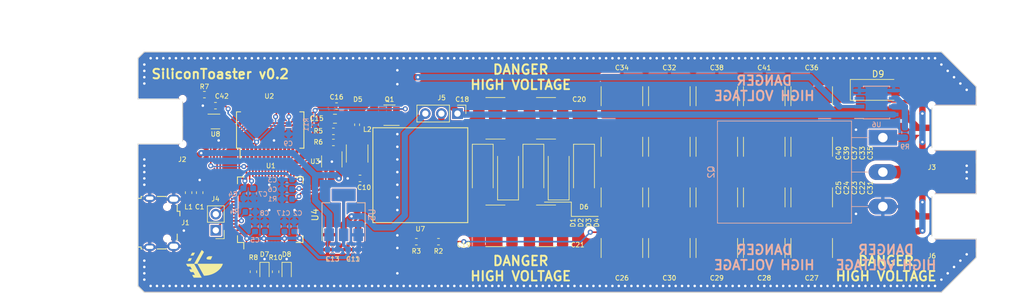
<source format=kicad_pcb>
(kicad_pcb (version 20231007) (generator pcbnew)
  (title_block (title "Electromagnetic Fault Injector") (date "2019-10-29") (rev "0.1") (company "Ledger"))
  (layers (0 "F.Cu" signal) (31 "B.Cu" signal) (34 "B.Paste" user) (35 "F.Paste" user) (36 "B.SilkS" user "B.Silkscreen") (37 "F.SilkS" user "F.Silkscreen") (38 "B.Mask" user) (39 "F.Mask" user) (44 "Edge.Cuts" user))
  (net 0 "")
  (net 1 "GND")
  (net 2 "/mcu/20V_EN")
  (net 3 "/mcu/ADC")
  (net 4 "/analog/ANTENNA_A")
  (net 5 "/analog/SHOOT")
  (net 6 "Net-(J4-Pad1)")
  (net 7 "Net-(Q2-Pad1)")
  (net 8 "/analog/ANTENNA_B")
  (net 9 "+15V")
  (net 10 "Net-(Q1-Pad1)")
  (net 11 "/analog/CHARGE_PWM")
  (net 12 "Net-(D5-Pad2)")
  (net 13 "Net-(R5-Pad2)")
  (net 14 "+5V")
  (net 15 "+3V3A")
  (net 16 "+3V3")
  (net 17 "/mcu/RX")
  (net 18 "Net-(U2-Pad2)")
  (net 19 "Net-(U2-Pad3)")
  (net 20 "/ft232/RX")
  (net 21 "Net-(U2-Pad6)")
  (net 22 "Net-(U2-Pad9)")
  (net 23 "Net-(U2-Pad10)")
  (net 24 "Net-(U2-Pad11)")
  (net 25 "Net-(U2-Pad12)")
  (net 26 "Net-(U2-Pad13)")
  (net 27 "Net-(U2-Pad14)")
  (net 28 "/ft232/USBD+")
  (net 29 "/ft232/USBD-")
  (net 30 "Net-(C9-Pad1)")
  (net 31 "Net-(U2-Pad19)")
  (net 32 "Net-(U2-Pad22)")
  (net 33 "Net-(U2-Pad23)")
  (net 34 "Net-(U2-Pad27)")
  (net 35 "Net-(U2-Pad28)")
  (net 36 "Net-(U1-Pad4)")
  (net 37 "Net-(U1-Pad5)")
  (net 38 "Net-(U1-Pad6)")
  (net 39 "Net-(U1-Pad9)")
  (net 40 "Net-(U1-Pad10)")
  (net 41 "Net-(U1-Pad11)")
  (net 42 "Net-(U1-Pad15)")
  (net 43 "Net-(U1-Pad16)")
  (net 44 "Net-(U1-Pad17)")
  (net 45 "Net-(U1-Pad20)")
  (net 46 "Net-(U1-Pad21)")
  (net 47 "Net-(U1-Pad22)")
  (net 48 "Net-(U1-Pad23)")
  (net 49 "Net-(U1-Pad24)")
  (net 50 "Net-(U1-Pad25)")
  (net 51 "Net-(U1-Pad26)")
  (net 52 "Net-(U1-Pad27)")
  (net 53 "Net-(U1-Pad29)")
  (net 54 "Net-(C6-Pad1)")
  (net 55 "Net-(U1-Pad33)")
  (net 56 "Net-(U1-Pad34)")
  (net 57 "Net-(U1-Pad35)")
  (net 58 "Net-(U1-Pad36)")
  (net 59 "Net-(U1-Pad37)")
  (net 60 "Net-(U1-Pad38)")
  (net 61 "Net-(U1-Pad39)")
  (net 62 "Net-(U1-Pad40)")
  (net 63 "Net-(U1-Pad44)")
  (net 64 "Net-(U1-Pad45)")
  (net 65 "Net-(C7-Pad1)")
  (net 66 "Net-(U1-Pad49)")
  (net 67 "Net-(U1-Pad50)")
  (net 68 "Net-(U1-Pad51)")
  (net 69 "Net-(U1-Pad52)")
  (net 70 "Net-(U1-Pad53)")
  (net 71 "Net-(U1-Pad54)")
  (net 72 "Net-(U1-Pad55)")
  (net 73 "Net-(U1-Pad56)")
  (net 74 "Net-(U1-Pad57)")
  (net 75 "Net-(U1-Pad58)")
  (net 76 "Net-(U1-Pad59)")
  (net 77 "Net-(U1-Pad61)")
  (net 78 "Net-(U1-Pad62)")
  (net 79 "Net-(C20-Pad1)")
  (net 80 "Net-(C18-Pad1)")
  (net 81 "Net-(C19-Pad2)")
  (net 82 "Net-(J1-Pad4)")
  (net 83 "Net-(C18-Pad2)")
  (net 84 "Net-(C21-Pad1)")
  (net 85 "Net-(J5-Pad2)")
  (net 86 "Net-(R9-Pad2)")
  (net 87 "Net-(U6-Pad3)")
  (net 88 "Net-(U1-Pad8)")
  (net 89 "Net-(R8-Pad2)")
  (net 90 "Net-(R10-Pad2)")
  (net 91 "Net-(D8-Pad2)")
  (net 92 "Net-(D7-Pad2)")
  (net 93 "/VBUS")
  (net 94 "Net-(J2-Pad1)")
  (net 95 "/mcu/SW_SHOOT")
  (footprint "Resistor_SMD:R_0603_1608Metric" (layer "F.Cu") (at 53.5 34.75)
    (property "Reference" "R7")
    (property "Value" "10k")
  )
  (footprint "Capacitor_SMD:C_0603_1608Metric" (layer "F.Cu") (at 73.75 59.25 180)
    (property "Reference" "C13")
    (property "Value" "2.2µ")
  )
  (footprint "Capacitor_SMD:C_0603_1608Metric" (layer "F.Cu") (at 77 59.25 180)
    (property "Reference" "C11")
    (property "Value" "2.2µ")
  )
  (footprint "Capacitor_SMD:C_0603_1608Metric" (layer "F.Cu") (at 78.1 48 180)
    (property "Reference" "C10")
    (property "Value" "2.2µ")
  )
  (footprint "mykicadlibs:SCS-200L" (layer "F.Cu") (at 87.63 47.49 180)
    (property "Reference" "U7")
    (property "Value" "SCS-200LD")
  )
  (footprint "Resistor_SMD:R_0603_1608Metric" (layer "F.Cu") (at 73.889 42.315607)
    (property "Reference" "R6")
    (property "Value" "2k")
  )
  (footprint "Resistor_SMD:R_0603_1608Metric" (layer "F.Cu") (at 73.889 40.565607 180)
    (property "Reference" "R5")
    (property "Value" "22.1k")
  )
  (footprint "Capacitor_SMD:C_0603_1608Metric" (layer "F.Cu") (at 74.389 36.565607)
    (property "Reference" "C16")
    (property "Value" "100n")
  )
  (footprint "Capacitor_SMD:C_0805_2012Metric" (layer "F.Cu") (at 74.139 38.565607 180)
    (property "Reference" "C15")
    (property "Value" "22u")
  )
  (footprint "Inductor_SMD:L_1812_4532Metric" (layer "F.Cu") (at 77.639 44.065607 90)
    (property "Reference" "L2")
    (property "Value" "10µ")
  )
  (footprint "Package_TO_SOT_SMD:SOT-23-5" (layer "F.Cu") (at 73.639 45.315607 -90)
    (property "Reference" "U3")
    (property "Value" "MIC2288")
  )
  (footprint "Diode_SMD:D_Powermite_AK" (layer "F.Cu") (at 77.639 38.565607 -90)
    (property "Reference" "D5")
    (property "Value" "MBRM140T3")
  )
  (footprint "Package_QFP:LQFP-64_10x10mm_P0.5mm" (layer "F.Cu") (at 63.9 52.95 90)
    (property "Reference" "U1")
    (property "Value" "STM32F205RETx")
  )
  (footprint "Package_SO:SSOP-28_5.3x10.2mm_P0.65mm" (layer "F.Cu") (at 63.9 40.35 90)
    (property "Reference" "U2")
    (property "Value" "FT232RL")
  )
  (footprint "Package_TO_SOT_SMD:SOT-23-6" (layer "F.Cu") (at 82.75 38 180)
    (property "Reference" "Q1")
    (property "Value" "STT6N3LLH6")
  )
  (footprint "Connector_PinHeader_2.54mm:PinHeader_1x03_P2.54mm_Vertical" (layer "F.Cu") (at 93.5 37.75 -90)
    (property "Reference" "J5")
    (property "Value" "Conn_01x03")
  )
  (footprint "Capacitor_SMD:C_0603_1608Metric" (layer "F.Cu") (at 52.75 50.25 -90)
    (property "Reference" "C1")
    (property "Value" "100n")
  )
  (footprint "Resistor_SMD:R_0603_1608Metric" (layer "F.Cu") (at 87 58 180)
    (property "Reference" "R3")
    (property "Value" "10k")
  )
  (footprint "Resistor_SMD:R_0603_1608Metric" (layer "F.Cu") (at 90.5 58 180)
    (property "Reference" "R2")
    (property "Value" "10M")
  )
  (footprint "Diode_SMD:D_SMA_Handsoldering" (layer "F.Cu") (at 113.5 47 -90)
    (property "Reference" "D6")
    (property "Value" "US1K-E3/61T")
  )
  (footprint "Capacitor_SMD:C_2225_5664Metric_Pad1.80x6.60mm_HandSolder" (layer "F.Cu") (at 107.5 55.5 180)
    (property "Reference" "C21")
    (property "Value" "150n")
  )
  (footprint "Diode_SMD:D_SMA_Handsoldering" (layer "F.Cu") (at 101.5 47 90)
    (property "Reference" "D2")
    (property "Value" "US1K-E3/61T")
  )
  (footprint "Capacitor_SMD:C_2225_5664Metric_Pad1.80x6.60mm_HandSolder" (layer "F.Cu") (at 107.5 38.5 180)
    (property "Reference" "C20")
    (property "Value" "150n")
  )
  (footprint "Capacitor_SMD:C_2225_5664Metric_Pad1.80x6.60mm_HandSolder" (layer "F.Cu") (at 99.5 55.5)
    (property "Reference" "C19")
    (property "Value" "150n")
  )
  (footprint "Diode_SMD:D_SMA_Handsoldering" (layer "F.Cu") (at 105.5 47 -90)
    (property "Reference" "D3")
    (property "Value" "US1K-E3/61T")
  )
  (footprint "Diode_SMD:D_SMA_Handsoldering" (layer "F.Cu") (at 97.5 47 -90)
    (property "Reference" "D1")
    (property "Value" "US1K-E3/61T")
  )
  (footprint "Diode_SMD:D_SMA_Handsoldering" (layer "F.Cu") (at 109.5 47 90)
    (property "Reference" "D4")
    (property "Value" "US1K-E3/61T")
  )
  (footprint "Capacitor_SMD:C_2225_5664Metric_Pad1.80x6.60mm_HandSolder" (layer "F.Cu") (at 99.5 38.5 180)
    (property "Reference" "C18")
    (property "Value" "150n")
  )
  (footprint "Capacitor_SMD:C_2225_5664Metric_Pad1.80x6.60mm_HandSolder" (layer "F.Cu") (at 134.5 43 90)
    (property "Reference" "C37")
    (property "Value" "100n")
  )
  (footprint "Capacitor_SMD:C_2225_5664Metric_Pad1.80x6.60mm_HandSolder" (layer "F.Cu") (at 119.5 35 -90)
    (property "Reference" "C34")
    (property "Value" "100n")
  )
  (footprint "Capacitor_SMD:C_2225_5664Metric_Pad1.80x6.60mm_HandSolder" (layer "F.Cu") (at 127 35 -90)
    (property "Reference" "C32")
    (property "Value" "100n")
  )
  (footprint "Capacitor_SMD:C_2225_5664Metric_Pad1.80x6.60mm_HandSolder" (layer "F.Cu") (at 119.5 59 90)
    (property "Reference" "C26")
    (property "Value" "100n")
  )
  (footprint "Capacitor_SMD:C_2225_5664Metric_Pad1.80x6.60mm_HandSolder" (layer "F.Cu") (at 142 35 -90)
    (property "Reference" "C41")
    (property "Value" "100n")
  )
  (footprint "Capacitor_SMD:C_2225_5664Metric_Pad1.80x6.60mm_HandSolder" (layer "F.Cu") (at 142 59 90)
    (property "Reference" "C28")
    (property "Value" "100n")
  )
  (footprint "Capacitor_SMD:C_2225_5664Metric_Pad1.80x6.60mm_HandSolder" (layer "F.Cu") (at 119.5 51 -90)
    (property "Reference" "C25")
    (property "Value" "100n")
  )
  (footprint "Capacitor_SMD:C_2225_5664Metric_Pad1.80x6.60mm_HandSolder" (layer "F.Cu") (at 142 43 90)
    (property "Reference" "C33")
    (property "Value" "100n")
  )
  (footprint "Capacitor_SMD:C_2225_5664Metric_Pad1.80x6.60mm_HandSolder" (layer "F.Cu") (at 149.5 59 90)
    (property "Reference" "C27")
    (property "Value" "100n")
  )
  (footprint "Capacitor_SMD:C_2225_5664Metric_Pad1.80x6.60mm_HandSolder" (layer "F.Cu") (at 127 51 -90)
    (property "Reference" "C24")
    (property "Value" "100n")
  )
  (footprint "Capacitor_SMD:C_2225_5664Metric_Pad1.80x6.60mm_HandSolder" (layer "F.Cu") (at 149.5 51 -90)
    (property "Reference" "C31")
    (property "Value" "100n")
  )
  (footprint "Capacitor_SMD:C_2225_5664Metric_Pad1.80x6.60mm_HandSolder" (layer "F.Cu") (at 119.5 43 90)
    (property "Reference" "C40")
    (property "Value" "100n")
  )
  (footprint "Capacitor_SMD:C_2225_5664Metric_Pad1.80x6.60mm_HandSolder" (layer "F.Cu") (at 134.5 59 90)
    (property "Reference" "C29")
    (property "Value" "100n")
  )
  (footprint "Capacitor_SMD:C_2225_5664Metric_Pad1.80x6.60mm_HandSolder" (layer "F.Cu") (at 127 43 90)
    (property "Reference" "C39")
    (property "Value" "100n")
  )
  (footprint "Capacitor_SMD:C_2225_5664Metric_Pad1.80x6.60mm_HandSolder" (layer "F.Cu") (at 149.5 43 90)
    (property "Reference" "C35")
    (property "Value" "100n")
  )
  (footprint "Capacitor_SMD:C_2225_5664Metric_Pad1.80x6.60mm_HandSolder" (layer "F.Cu") (at 149.5 35 -90)
    (property "Reference" "C36")
    (property "Value" "100n")
  )
  (footprint "Capacitor_SMD:C_2225_5664Metric_Pad1.80x6.60mm_HandSolder" (layer "F.Cu") (at 134.5 35 -90)
    (property "Reference" "C38")
    (property "Value" "100n")
  )
  (footprint "Capacitor_SMD:C_2225_5664Metric_Pad1.80x6.60mm_HandSolder" (layer "F.Cu") (at 127 59 90)
    (property "Reference" "C30")
    (property "Value" "100n")
  )
  (footprint "Capacitor_SMD:C_2225_5664Metric_Pad1.80x6.60mm_HandSolder" (layer "F.Cu") (at 134.5 51 -90)
    (property "Reference" "C23")
    (property "Value" "100n")
  )
  (footprint "Package_TO_SOT_SMD:SOT-223-3_TabPin2" (layer "F.Cu") (at 75.5 53.75 90)
    (property "Reference" "U4")
    (property "Value" "LD1117S33TR_SOT223")
  )
  (footprint "Diode_SMD:D_0603_1608Metric" (layer "F.Cu") (at 66.5 62.75 -90)
    (property "Reference" "D8")
    (property "Value" "green")
  )
  (footprint "Diode_SMD:D_0603_1608Metric" (layer "F.Cu") (at 63 62.75 -90)
    (property "Reference" "D7")
    (property "Value" "red")
  )
  (footprint "Resistor_SMD:R_0603_1608Metric" (layer "F.Cu") (at 61.25 62.75 90)
    (property "Reference" "R8")
    (property "Value" "64.9")
  )
  (footprint "Resistor_SMD:R_0603_1608Metric" (layer "F.Cu") (at 64.75 62.75 90)
    (property "Reference" "R10")
    (property "Value" "64.9")
  )
  (footprint "Connector_PinHeader_2.54mm:PinHeader_1x02_P2.54mm_Vertical" (layer "F.Cu") (at 55.3 56.2 180)
    (property "Reference" "J4")
    (property "Value" "Conn_01x02")
  )
  (footprint "mykicadlibs:SAMTEC_SMA_J_P_H_ST_EM3" (layer "F.Cu") (at 43.05 39)
    (property "Reference" "J2")
    (property "Value" "Conn_Coaxial")
  )
  (footprint "Connector_USB:USB_Micro-B_Wuerth_629105150521" (layer "F.Cu") (at 46.8 55 -90)
    (property "Reference" "J1")
    (property "Value" "USB_B_Micro")
  )
  (footprint "mykicadlibs:SAMTEC_SMA_J_P_H_ST_EM3" (layer "F.Cu") (at 175.5 40 180)
    (property "Reference" "J3")
    (property "Value" "Conn_Coaxial")
  )
  (footprint "Inductor_SMD:L_0603_1608Metric" (layer "F.Cu") (at 51 50.25 90)
    (property "Reference" "L1")
    (property "Value" "Ferrite_Bead_Small")
  )
  (footprint "mykicadlibs:SAMTEC_SMA_J_P_H_ST_EM3" (layer "F.Cu") (at 175.5 54 180)
    (property "Reference" "J6")
    (property "Value" "Conn_Coaxial")
  )
  (footprint "Capacitor_SMD:C_2225_5664Metric_Pad1.80x6.60mm_HandSolder" (layer "F.Cu") (at 142 51 -90)
    (property "Reference" "C22")
    (property "Value" "100n")
  )
  (footprint "mykicadlibs:donjon-2000" (layer "F.Cu") (at 53.5 61.5 90)
    (property "Reference" "LOGO1" hide)
    (property "Value" "DUNGEON_LOGO" hide)
  )
  (footprint "Diode_SMD:D_SMA_Handsoldering" (layer "F.Cu") (at 160 34)
    (property "Reference" "D9")
    (property "Value" "US1K-E3/61T")
  )
  (footprint "Package_TO_SOT_SMD:SOT-353_SC-70-5" (layer "F.Cu") (at 55.25 39)
    (property "Reference" "U8")
    (property "Value" "74LVC1G32")
  )
  (footprint "Capacitor_SMD:C_0603_1608Metric" (layer "F.Cu") (at 55.25 36.5)
    (property "Reference" "C42")
    (property "Value" "100n")
  )
  (footprint "Capacitor_SMD:C_0603_1608Metric" (layer "B.Cu") (at 77 59.25)
    (property "Reference" "C14")
    (property "Value" "2.2µ")
  )
  (footprint "Capacitor_SMD:C_0603_1608Metric" (layer "B.Cu") (at 73.75 59.25)
    (property "Reference" "C12")
    (property "Value" "2.2µ")
  )
  (footprint "Resistor_SMD:R_0603_1608Metric" (layer "B.Cu") (at 66.55 51.25)
    (property "Reference" "R1")
    (property "Value" "10k")
  )
  (footprint "Capacitor_SMD:C_0603_1608Metric" (layer "B.Cu") (at 61.5 55.6 90)
    (property "Reference" "C5")
    (property "Value" "100n")
  )
  (footprint "Capacitor_SMD:C_0603_1608Metric" (layer "B.Cu") (at 63.05 55.6 90)
    (property "Reference" "C8")
    (property "Value" "100n")
  )
  (footprint "Capacitor_SMD:C_0603_1608Metric" (layer "B.Cu") (at 66.8 40.2 -90)
    (property "Reference" "C9")
    (property "Value" "100n")
  )
  (footprint "Capacitor_SMD:C_0603_1608Metric" (layer "B.Cu") (at 66.55 48.15 180)
    (property "Reference" "C3")
    (property "Value" "100n")
  )
  (footprint "Capacitor_SMD:C_0603_1608Metric" (layer "B.Cu") (at 67.7 55.6 90)
    (property "Reference" "C2")
    (property "Value" "100n")
  )
  (footprint "Capacitor_SMD:C_0603_1608Metric" (layer "B.Cu") (at 66.55 49.7 180)
    (property "Reference" "C6")
    (property "Value" "2.2µ")
  )
  (footprint "Capacitor_SMD:C_0603_1608Metric" (layer "B.Cu") (at 61.2 50.35 -90)
    (property "Reference" "C7")
    (property "Value" "2.2µ")
  )
  (footprint "Capacitor_SMD:C_0603_1608Metric" (layer "B.Cu") (at 66.15 55.6 90)
    (property "Reference" "C17")
    (property "Value" "100n")
  )
  (footprint "Capacitor_SMD:C_0603_1608Metric" (layer "B.Cu") (at 59.65 50.35 -90)
    (property "Reference" "C4")
    (property "Value" "100n")
  )
  (footprint "Resistor_SMD:R_0603_1608Metric" (layer "B.Cu") (at 60.75 53.3 180)
    (property "Reference" "R4")
    (property "Value" "10k")
  )
  (footprint "Resistor_SMD:R_0603_1608Metric" (layer "B.Cu") (at 164.25 40.75 90)
    (property "Reference" "R9")
    (property "Value" "4.99")
  )
  (footprint "Package_TO_SOT_SMD:SOT-223-3_TabPin2" (layer "B.Cu") (at 75.511079 53.764277 90)
    (property "Reference" "U5")
    (property "Value" "LD1117S33TR_SOT223")
  )
  (footprint "Package_SO:SOIC-8_3.9x4.9mm_P1.27mm" (layer "B.Cu") (at 159.75 36)
    (property "Reference" "U6")
    (property "Value" "MCP1407-E/SN")
  )
  (footprint "Resistor_SMD:R_0603_1608Metric" (layer "B.Cu") (at 71 39.5 -90)
    (property "Reference" "R11")
    (property "Value" "10M")
  )
  (footprint "mykicadlibs:TO-247-3_Horizontal_TabDown_NoTabDrill" (layer "B.Cu") (at 160.75 41.55 -90)
    (property "Reference" "Q2")
    (property "Value" "IKW40N120H3FKSA1")
  )
  (gr_line (start 111.5 51.75) (end 107.25 51.75) (stroke (width 0.125)) (layer "F.SilkS"))
  (gr_line (start 115.75 54) (end 111.5 54) (stroke (width 0.125)) (layer "F.SilkS"))
  (gr_line (start 111.5 54) (end 111.5 51.75) (stroke (width 0.125)) (layer "F.SilkS"))
  (gr_line (start 175.5 33.5) (end 170 28) (stroke (width 0.15)) (layer "Edge.Cuts"))
  (gr_line (start 170 28) (end 44 28) (stroke (width 0.15)) (layer "Edge.Cuts"))
  (gr_line (start 175.5 57.56) (end 168.5 57.56) (stroke (width 0.15)) (layer "Edge.Cuts"))
  (gr_line (start 168.5 50.44) (end 175.5 50.44) (stroke (width 0.15)) (layer "Edge.Cuts"))
  (gr_line (start 168.5 57.56) (end 168.5 50.44) (stroke (width 0.15)) (layer "Edge.Cuts"))
  (gr_line (start 175.5 50.44) (end 175.5 43.56) (stroke (width 0.15)) (layer "Edge.Cuts"))
  (gr_line (start 168.5 43.56) (end 168.5 36.44) (stroke (width 0.15)) (layer "Edge.Cuts"))
  (gr_line (start 43 29) (end 44 28) (stroke (width 0.15)) (layer "Edge.Cuts"))
  (gr_line (start 50.05 42.56) (end 43 42.56) (stroke (width 0.15)) (layer "Edge.Cuts"))
  (gr_line (start 175.5 60.5) (end 170 66) (stroke (width 0.15)) (layer "Edge.Cuts"))
  (gr_line (start 44 66) (end 43 65) (stroke (width 0.15)) (layer "Edge.Cuts"))
  (gr_line (start 50.05 35.44) (end 50.05 42.56) (stroke (width 0.15)) (layer "Edge.Cuts"))
  (gr_line (start 175.5 36.44) (end 175.5 33.5) (stroke (width 0.15)) (layer "Edge.Cuts"))
  (gr_line (start 168.5 36.44) (end 175.5 36.44) (stroke (width 0.15)) (layer "Edge.Cuts"))
  (gr_line (start 170 66) (end 44 66) (stroke (width 0.15)) (layer "Edge.Cuts"))
  (gr_line (start 175.5 43.56) (end 168.5 43.56) (stroke (width 0.15)) (layer "Edge.Cuts"))
  (gr_line (start 50.05 35.44) (end 43 35.44) (stroke (width 0.15)) (layer "Edge.Cuts"))
  (gr_line (start 43 29) (end 43 35.44) (stroke (width 0.15)) (layer "Edge.Cuts"))
  (gr_line (start 175.5 57.56) (end 175.5 60.5) (stroke (width 0.15)) (layer "Edge.Cuts"))
  (gr_line (start 43 65) (end 43 42.56) (stroke (width 0.15)) (layer "Edge.Cuts"))
  (gr_text "DANGER\nHIGH VOLTAGE" (at 142 60.5 0) (layer "B.SilkS") (effects (font (size 1.5 1.5) (thickness 0.3)) (justify mirror)))
  (gr_text "DANGER\nHIGH VOLTAGE" (at 142 33.75 0) (layer "B.SilkS") (effects (font (size 1.5 1.5) (thickness 0.3)) (justify mirror)))
  (gr_text "DANGER\nHIGH VOLTAGE" (at 161.25 60.5 0) (layer "B.SilkS") (effects (font (size 1.5 1.5) (thickness 0.3)) (justify mirror)))
  (gr_text "SiliconToaster v0.2" (at 56 31.5 0) (layer "F.SilkS") (effects (font (size 1.5 1.5) (thickness 0.3))))
  (gr_text "DANGER\nHIGH VOLTAGE" (at 103.5 62.25 0) (layer "F.SilkS") (effects (font (size 1.5 1.5) (thickness 0.3))))
  (gr_text "DANGER\nHIGH VOLTAGE" (at 103.5 32 0) (layer "F.SilkS") (effects (font (size 1.5 1.5) (thickness 0.3))))
  (gr_text "DANGER\nHIGH VOLTAGE" (at 161.25 62.25 0) (layer "F.SilkS") (effects (font (size 1.5 1.5) (thickness 0.3))))
  (segment (start 73.639 44.215607) (end 73.639 43.375655) (width 0.75) (layer "F.Cu") (net 1))
  (segment (start 74.214888 42.799767) (end 74.214888 42.777219) (width 0.75) (layer "F.Cu") (net 1))
  (segment (start 73.6015 38.165607) (end 73.2015 38.565607) (width 0.75) (layer "F.Cu") (net 1))
  (segment (start 74.214888 42.777219) (end 74.6765 42.315607) (width 0.75) (layer "F.Cu") (net 1))
  (segment (start 73.2015 38.868059) (end 73.2015 38.565607) (width 0.75) (layer "F.Cu") (net 1))
  (segment (start 73.639 43.375655) (end 74.214888 42.799767) (width 0.75) (layer "F.Cu") (net 1))
  (segment (start 73.6015 36.565607) (end 73.6015 38.165607) (width 0.75) (layer "F.Cu") (net 1))
  (segment (start 71.73899 40.330569) (end 73.2015 38.868059) (width 0.75) (layer "F.Cu") (net 1))
  (segment (start 96.875 55.5) (end 96.875 58.9) (width 2) (layer "F.Cu") (net 1))
  (segment (start 96.875 58.9) (end 99.6 61.625) (width 2) (layer "F.Cu") (net 1))
  (segment (start 72.9625 57.1375) (end 73.2 56.9) (width 0.5) (layer "F.Cu") (net 1))
  (segment (start 52.75 49.4625) (end 52.75 48.25) (width 0.5) (layer "F.Cu") (net 1))
  (segment (start 119.5 61.625) (end 149.5 61.625) (width 2) (layer "F.Cu") (net 1))
  (segment (start 72.9625 59.25) (end 72.9625 57.1375) (width 0.5) (layer "F.Cu") (net 1))
  (segment (start 93.465 53.325) (end 94.7 53.325) (width 2) (layer "F.Cu") (net 1))
  (segment (start 73.639 45.339) (end 73.65 45.35) (width 0.7) (layer "F.Cu") (net 1))
  (segment (start 146.75 45.625) (end 149.5 45.625) (width 2) (layer "F.Cu") (net 1))
  (segment (start 116.1 61.625) (end 119.5 61.625) (width 2) (layer "F.Cu") (net 1))
  (segment (start 94.7 53.325) (end 96.875 55.5) (width 2) (layer "F.Cu") (net 1))
  (segment (start 96.875 55.5) (end 96.875 50.125) (width 2) (layer "F.Cu") (net 1))
  (segment (start 73.639 44.215607) (end 73.639 45.339) (width 0.7) (layer "F.Cu") (net 1))
  (segment (start 96.875 50.125) (end 97.5 49.5) (width 2) (layer "F.Cu") (net 1))
  (segment (start 63 61.9625) (end 63 60.75) (width 0.25) (layer "F.Cu") (net 1))
  (segment (start 66.5 61.9625) (end 66.5 60.75) (width 0.25) (layer "F.Cu") (net 1))
  (segment (start 119.5 32.375) (end 149.5 32.375) (width 2) (layer "F.Cu") (net 1))
  (segment (start 54.2875 36.325) (end 54.4625 36.5) (width 0.25) (layer "F.Cu") (net 1))
  (segment (start 54.4625 36.5) (end 53.25 36.5) (width 0.25) (layer "F.Cu") (net 1))
  (segment (start 71.73899 40.330569) (end 71.73899 45.35) (width 0.7) (layer "F.Cu") (net 1))
  (segment (start 77.3125 48) (end 76.15 48) (width 0.25) (layer "F.Cu") (net 1))
  (segment (start 99.6 61.625) (end 116.1 61.625) (width 2) (layer "F.Cu") (net 1))
  (segment (start 54.2875 34.75) (end 54.2875 36.325) (width 0.25) (layer "F.Cu") (net 1))
  (via (at 44 45) (size 0.8) (drill 0.4) (layers "F.Cu" "B.Cu") (net 1))
  (via (at 44 49) (size 0.8) (drill 0.4) (layers "F.Cu" "B.Cu") (net 1))
  (via (at 44 48) (size 0.8) (drill 0.4) (layers "F.Cu" "B.Cu") (net 1))
  (via (at 44 47) (size 0.8) (drill 0.4) (layers "F.Cu" "B.Cu") (net 1))
  (via (at 44 46) (size 0.8) (drill 0.4) (layers "F.Cu" "B.Cu") (net 1))
  (via (at 44 33) (size 0.8) (drill 0.4) (layers "F.Cu" "B.Cu") (net 1))
  (via (at 44 32) (size 0.8) (drill 0.4) (layers "F.Cu" "B.Cu") (net 1))
  (via (at 44 31) (size 0.8) (drill 0.4) (layers "F.Cu" "B.Cu") (net 1))
  (via (at 44 30) (size 0.8) (drill 0.4) (layers "F.Cu" "B.Cu") (net 1))
  (via (at 45 29) (size 0.8) (drill 0.4) (layers "F.Cu" "B.Cu") (net 1))
  (via (at 46 29) (size 0.8) (drill 0.4) (layers "F.Cu" "B.Cu") (net 1))
  (via (at 47 29) (size 0.8) (drill 0.4) (layers "F.Cu" "B.Cu") (net 1))
  (via (at 48 29) (size 0.8) (drill 0.4) (layers "F.Cu" "B.Cu") (net 1))
  (via (at 49 29) (size 0.8) (drill 0.4) (layers "F.Cu" "B.Cu") (net 1))
  (via (at 50 29) (size 0.8) (drill 0.4) (layers "F.Cu" "B.Cu") (net 1))
  (via (at 51 29) (size 0.8) (drill 0.4) (layers "F.Cu" "B.Cu") (net 1))
  (via (at 52 29) (size 0.8) (drill 0.4) (layers "F.Cu" "B.Cu") (net 1))
  (via (at 53 29) (size 0.8) (drill 0.4) (layers "F.Cu" "B.Cu") (net 1))
  (via (at 60 29) (size 0.8) (drill 0.4) (layers "F.Cu" "B.Cu") (net 1))
  (via (at 56 29) (size 0.8) (drill 0.4) (layers "F.Cu" "B.Cu") (net 1))
  (via (at 62 29) (size 0.8) (drill 0.4) (layers "F.Cu" "B.Cu") (net 1))
  (via (at 58 29) (size 0.8) (drill 0.4) (layers "F.Cu" "B.Cu") (net 1))
  (via (at 55 29) (size 0.8) (drill 0.4) (layers "F.Cu" "B.Cu") (net 1))
  (via (at 59 29) (size 0.8) (drill 0.4) (layers "F.Cu" "B.Cu") (net 1))
  (via (at 54 29) (size 0.8) (drill 0.4) (layers "F.Cu" "B.Cu") (net 1))
  (via (at 61 29) (size 0.8) (drill 0.4) (layers "F.Cu" "B.Cu") (net 1))
  (via (at 57 29) (size 0.8) (drill 0.4) (layers "F.Cu" "B.Cu") (net 1))
  (via (at 78 29) (size 0.8) (drill 0.4) (layers "F.Cu" "B.Cu") (net 1))
  (via (at 75 29) (size 0.8) (drill 0.4) (layers "F.Cu" "B.Cu") (net 1))
  (via (at 68 29) (size 0.8) (drill 0.4) (layers "F.Cu" "B.Cu") (net 1))
  (via (at 64 29) (size 0.8) (drill 0.4) (layers "F.Cu" "B.Cu") (net 1))
  (via (at 79 29) (size 0.8) (drill 0.4) (layers "F.Cu" "B.Cu") (net 1))
  (via (at 70 29) (size 0.8) (drill 0.4) (layers "F.Cu" "B.Cu") (net 1))
  (via (at 66 29) (size 0.8) (drill 0.4) (layers "F.Cu" "B.Cu") (net 1))
  (via (at 63 29) (size 0.8) (drill 0.4) (layers "F.Cu" "B.Cu") (net 1))
  (via (at 67 29) (size 0.8) (drill 0.4) (layers "F.Cu" "B.Cu") (net 1))
  (via (at 72 29) (size 0.8) (drill 0.4) (layers "F.Cu" "B.Cu") (net 1))
  (via (at 76 29) (size 0.8) (drill 0.4) (layers "F.Cu" "B.Cu") (net 1))
  (via (at 69 29) (size 0.8) (drill 0.4) (layers "F.Cu" "B.Cu") (net 1))
  (via (at 71 29) (size 0.8) (drill 0.4) (layers "F.Cu" "B.Cu") (net 1))
  (via (at 73 29) (size 0.8) (drill 0.4) (layers "F.Cu" "B.Cu") (net 1))
  (via (at 74 29) (size 0.8) (drill 0.4) (layers "F.Cu" "B.Cu") (net 1))
  (via (at 65 29) (size 0.8) (drill 0.4) (layers "F.Cu" "B.Cu") (net 1))
  (via (at 77 29) (size 0.8) (drill 0.4) (layers "F.Cu" "B.Cu") (net 1))
  (via (at 84 29) (size 0.8) (drill 0.4) (layers "F.Cu" "B.Cu") (net 1))
  (via (at 92 29) (size 0.8) (drill 0.4) (layers "F.Cu" "B.Cu") (net 1))
  (via (at 87 29) (size 0.8) (drill 0.4) (layers "F.Cu" "B.Cu") (net 1))
  (via (at 91 29) (size 0.8) (drill 0.4) (layers "F.Cu" "B.Cu") (net 1))
  (via (at 93 29) (size 0.8) (drill 0.4) (layers "F.Cu" "B.Cu") (net 1))
  (via (at 90 29) (size 0.8) (drill 0.4) (layers "F.Cu" "B.Cu") (net 1))
  (via (at 80 29) (size 0.8) (drill 0.4) (layers "F.Cu" "B.Cu") (net 1))
  (via (at 86 29) (size 0.8) (drill 0.4) (layers "F.Cu" "B.Cu") (net 1))
  (via (at 95 29) (size 0.8) (drill 0.4) (layers "F.Cu" "B.Cu") (net 1))
  (via (at 88 29) (size 0.8) (drill 0.4) (layers "F.Cu" "B.Cu") (net 1))
  (via (at 89 29) (size 0.8) (drill 0.4) (layers "F.Cu" "B.Cu") (net 1))
  (via (at 96 29) (size 0.8) (drill 0.4) (layers "F.Cu" "B.Cu") (net 1))
  (via (at 81 29) (size 0.8) (drill 0.4) (layers "F.Cu" "B.Cu") (net 1))
  (via (at 94 29) (size 0.8) (drill 0.4) (layers "F.Cu" "B.Cu") (net 1))
  (via (at 83 29) (size 0.8) (drill 0.4) (layers "F.Cu" "B.Cu") (net 1))
  (via (at 85 29) (size 0.8) (drill 0.4) (layers "F.Cu" "B.Cu") (net 1))
  (via (at 82 29) (size 0.8) (drill 0.4) (layers "F.Cu" "B.Cu") (net 1))
  (via (at 100 29) (size 0.8) (drill 0.4) (layers "F.Cu" "B.Cu") (net 1))
  (via (at 99 29) (size 0.8) (drill 0.4) (layers "F.Cu" "B.Cu") (net 1))
  (via (at 112 29) (size 0.8) (drill 0.4) (layers "F.Cu" "B.Cu") (net 1))
  (via (at 101 29) (size 0.8) (drill 0.4) (layers "F.Cu" "B.Cu") (net 1))
  (via (at 98 29) (size 0.8) (drill 0.4) (layers "F.Cu" "B.Cu") (net 1))
  (via (at 107 29) (size 0.8) (drill 0.4) (layers "F.Cu" "B.Cu") (net 1))
  (via (at 105 29) (size 0.8) (drill 0.4) (layers "F.Cu" "B.Cu") (net 1))
  (via (at 109 29) (size 0.8) (drill 0.4) (layers "F.Cu" "B.Cu") (net 1))
  (via (at 119 29) (size 0.8) (drill 0.4) (layers "F.Cu" "B.Cu") (net 1))
  (via (at 110 29) (size 0.8) (drill 0.4) (layers "F.Cu" "B.Cu") (net 1))
  (via (at 118 29) (size 0.8) (drill 0.4) (layers "F.Cu" "B.Cu") (net 1))
  (via (at 103 29) (size 0.8) (drill 0.4) (layers "F.Cu" "B.Cu") (net 1))
  (via (at 108 29) (size 0.8) (drill 0.4) (layers "F.Cu" "B.Cu") (net 1))
  (via (at 97 29) (size 0.8) (drill 0.4) (layers "F.Cu" "B.Cu") (net 1))
  (via (at 111 29) (size 0.8) (drill 0.4) (layers "F.Cu" "B.Cu") (net 1))
  (via (at 104 29) (size 0.8) (drill 0.4) (layers "F.Cu" "B.Cu") (net 1))
  (via (at 116 29) (size 0.8) (drill 0.4) (layers "F.Cu" "B.Cu") (net 1))
  (via (at 106 29) (size 0.8) (drill 0.4) (layers "F.Cu" "B.Cu") (net 1))
  (via (at 113 29) (size 0.8) (drill 0.4) (layers "F.Cu" "B.Cu") (net 1))
  (via (at 117 29) (size 0.8) (drill 0.4) (layers "F.Cu" "B.Cu") (net 1))
  (via (at 121 29) (size 0.8) (drill 0.4) (layers "F.Cu" "B.Cu") (net 1))
  (via (at 114 29) (size 0.8) (drill 0.4) (layers "F.Cu" "B.Cu") (net 1))
  (via (at 115 29) (size 0.8) (drill 0.4) (layers "F.Cu" "B.Cu") (net 1))
  (via (at 102 29) (size 0.8) (drill 0.4) (layers "F.Cu" "B.Cu") (net 1))
  (via (at 120 29) (size 0.8) (drill 0.4) (layers "F.Cu" "B.Cu") (net 1))
  (via (at 140 29) (size 0.8) (drill 0.4) (layers "F.Cu" "B.Cu") (net 1))
  (via (at 132 29) (size 0.8) (drill 0.4) (layers "F.Cu" "B.Cu") (net 1))
  (via (at 141 29) (size 0.8) (drill 0.4) (layers "F.Cu" "B.Cu") (net 1))
  (via (at 124 29) (size 0.8) (drill 0.4) (layers "F.Cu" "B.Cu") (net 1))
  (via (at 145 29) (size 0.8) (drill 0.4) (layers "F.Cu" "B.Cu") (net 1))
  (via (at 142 29) (size 0.8) (drill 0.4) (layers "F.Cu" "B.Cu") (net 1))
  (via (at 126 29) (size 0.8) (drill 0.4) (layers "F.Cu" "B.Cu") (net 1))
  (via (at 123 29) (size 0.8) (drill 0.4) (layers "F.Cu" "B.Cu") (net 1))
  (via (at 146 29) (size 0.8) (drill 0.4) (layers "F.Cu" "B.Cu") (net 1))
  (via (at 122 29) (size 0.8) (drill 0.4) (layers "F.Cu" "B.Cu") (net 1))
  (via (at 135 29) (size 0.8) (drill 0.4) (layers "F.Cu" "B.Cu") (net 1))
  (via (at 125 29) (size 0.8) (drill 0.4) (layers "F.Cu" "B.Cu") (net 1))
  (via (at 138 29) (size 0.8) (drill 0.4) (layers "F.Cu" "B.Cu") (net 1))
  (via (at 136 29) (size 0.8) (drill 0.4) (layers "F.Cu" "B.Cu") (net 1))
  (via (at 133 29) (size 0.8) (drill 0.4) (layers "F.Cu" "B.Cu") (net 1))
  (via (at 144 29) (size 0.8) (drill 0.4) (layers "F.Cu" "B.Cu") (net 1))
  (via (at 130 29) (size 0.8) (drill 0.4) (layers "F.Cu" "B.Cu") (net 1))
  (via (at 129 29) (size 0.8) (drill 0.4) (layers "F.Cu" "B.Cu") (net 1))
  (via (at 134 29) (size 0.8) (drill 0.4) (layers "F.Cu" "B.Cu") (net 1))
  (via (at 128 29) (size 0.8) (drill 0.4) (layers "F.Cu" "B.Cu") (net 1))
  (via (at 131 29) (size 0.8) (drill 0.4) (layers "F.Cu" "B.Cu") (net 1))
  (via (at 139 29) (size 0.8) (drill 0.4) (layers "F.Cu" "B.Cu") (net 1))
  (via (at 137 29) (size 0.8) (drill 0.4) (layers "F.Cu" "B.Cu") (net 1))
  (via (at 127 29) (size 0.8) (drill 0.4) (layers "F.Cu" "B.Cu") (net 1))
  (via (at 143 29) (size 0.8) (drill 0.4) (layers "F.Cu" "B.Cu") (net 1))
  (via (at 158 29) (size 0.8) (drill 0.4) (layers "F.Cu" "B.Cu") (net 1))
  (via (at 157 29) (size 0.8) (drill 0.4) (layers "F.Cu" "B.Cu") (net 1))
  (via (at 151 29) (size 0.8) (drill 0.4) (layers "F.Cu" "B.Cu") (net 1))
  (via (at 147 29) (size 0.8) (drill 0.4) (layers "F.Cu" "B.Cu") (net 1))
  (via (at 149 29) (size 0.8) (drill 0.4) (layers "F.Cu" "B.Cu") (net 1))
  (via (at 150 29) (size 0.8) (drill 0.4) (layers "F.Cu" "B.Cu") (net 1))
  (via (at 155 29) (size 0.8) (drill 0.4) (layers "F.Cu" "B.Cu") (net 1))
  (via (at 154 29) (size 0.8) (drill 0.4) (layers "F.Cu" "B.Cu") (net 1))
  (via (at 153 29) (size 0.8) (drill 0.4) (layers "F.Cu" "B.Cu") (net 1))
  (via (at 156 29) (size 0.8) (drill 0.4) (layers "F.Cu" "B.Cu") (net 1))
  (via (at 148 29) (size 0.8) (drill 0.4) (layers "F.Cu" "B.Cu") (net 1))
  (via (at 152 29) (size 0.8) (drill 0.4) (layers "F.Cu" "B.Cu") (net 1))
  (via (at 159 29) (size 0.8) (drill 0.4) (layers "F.Cu" "B.Cu") (net 1))
  (via (at 160 29) (size 0.8) (drill 0.4) (layers "F.Cu" "B.Cu") (net 1))
  (via (at 161 29) (size 0.8) (drill 0.4) (layers "F.Cu" "B.Cu") (net 1))
  (via (at 162 29) (size 0.8) (drill 0.4) (layers "F.Cu" "B.Cu") (net 1))
  (via (at 163 29) (size 0.8) (drill 0.4) (layers "F.Cu" "B.Cu") (net 1))
  (via (at 164 29) (size 0.8) (drill 0.4) (layers "F.Cu" "B.Cu") (net 1))
  (via (at 164 65) (size 0.8) (drill 0.4) (layers "F.Cu" "B.Cu") (net 1))
  (via (at 163 65) (size 0.8) (drill 0.4) (layers "F.Cu" "B.Cu") (net 1))
  (via (at 162 65) (size 0.8) (drill 0.4) (layers "F.Cu" "B.Cu") (net 1))
  (via (at 161 65) (size 0.8) (drill 0.4) (layers "F.Cu" "B.Cu") (net 1))
  (via (at 160 65) (size 0.8) (drill 0.4) (layers "F.Cu" "B.Cu") (net 1))
  (via (at 158 65) (size 0.8) (drill 0.4) (layers "F.Cu" "B.Cu") (net 1))
  (via (at 159 65) (size 0.8) (drill 0.4) (layers "F.Cu" "B.Cu") (net 1))
  (via (at 157 65) (size 0.8) (drill 0.4) (layers "F.Cu" "B.Cu") (net 1))
  (via (at 155 65) (size 0.8) (drill 0.4) (layers "F.Cu" "B.Cu") (net 1))
  (via (at 152 65) (size 0.8) (drill 0.4) (layers "F.Cu" "B.Cu") (net 1))
  (via (at 156 65) (size 0.8) (drill 0.4) (layers "F.Cu" "B.Cu") (net 1))
  (via (at 153 65) (size 0.8) (drill 0.4) (layers "F.Cu" "B.Cu") (net 1))
  (via (at 154 65) (size 0.8) (drill 0.4) (layers "F.Cu" "B.Cu") (net 1))
  (via (at 150 65) (size 0.8) (drill 0.4) (layers "F.Cu" "B.Cu") (net 1))
  (via (at 147 65) (size 0.8) (drill 0.4) (layers "F.Cu" "B.Cu") (net 1))
  (via (at 148 65) (size 0.8) (drill 0.4) (layers "F.Cu" "B.Cu") (net 1))
  (via (at 151 65) (size 0.8) (drill 0.4) (layers "F.Cu" "B.Cu") (net 1))
  (via (at 146 65) (size 0.8) (drill 0.4) (layers "F.Cu" "B.Cu") (net 1))
  (via (at 149 65) (size 0.8) (drill 0.4) (layers "F.Cu" "B.Cu") (net 1))
  (via (at 145 65) (size 0.8) (drill 0.4) (layers "F.Cu" "B.Cu") (net 1))
  (via (at 143 65) (size 0.8) (drill 0.4) (layers "F.Cu" "B.Cu") (net 1))
  (via (at 142 65) (size 0.8) (drill 0.4) (layers "F.Cu" "B.Cu") (net 1))
  (via (at 141 65) (size 0.8) (drill 0.4) (layers "F.Cu" "B.Cu") (net 1))
  (via (at 140 65) (size 0.8) (drill 0.4) (layers "F.Cu" "B.Cu") (net 1))
  (via (at 144 65) (size 0.8) (drill 0.4) (layers "F.Cu" "B.Cu") (net 1))
  (via (at 128 65) (size 0.8) (drill 0.4) (layers "F.Cu" "B.Cu") (net 1))
  (via (at 126 65) (size 0.8) (drill 0.4) (layers "F.Cu" "B.Cu") (net 1))
  (via (at 125 65) (size 0.8) (drill 0.4) (layers "F.Cu" "B.Cu") (net 1))
  (via (at 133 65) (size 0.8) (drill 0.4) (layers "F.Cu" "B.Cu") (net 1))
  (via (at 130 65) (size 0.8) (drill 0.4) (layers "F.Cu" "B.Cu") (net 1))
  (via (at 138 65) (size 0.8) (drill 0.4) (layers "F.Cu" "B.Cu") (net 1))
  (via (at 131 65) (size 0.8) (drill 0.4) (layers "F.Cu" "B.Cu") (net 1))
  (via (at 135 65) (size 0.8) (drill 0.4) (layers "F.Cu" "B.Cu") (net 1))
  (via (at 139 65) (size 0.8) (drill 0.4) (layers "F.Cu" "B.Cu") (net 1))
  (via (at 134 65) (size 0.8) (drill 0.4) (layers "F.Cu" "B.Cu") (net 1))
  (via (at 136 65) (size 0.8) (drill 0.4) (layers "F.Cu" "B.Cu") (net 1))
  (via (at 124 65) (size 0.8) (drill 0.4) (layers "F.Cu" "B.Cu") (net 1))
  (via (at 129 65) (size 0.8) (drill 0.4) (layers "F.Cu" "B.Cu") (net 1))
  (via (at 127 65) (size 0.8) (drill 0.4) (layers "F.Cu" "B.Cu") (net 1))
  (via (at 132 65) (size 0.8) (drill 0.4) (layers "F.Cu" "B.Cu") (net 1))
  (via (at 137 65) (size 0.8) (drill 0.4) (layers "F.Cu" "B.Cu") (net 1))
  (via (at 116 65) (size 0.8) (drill 0.4) (layers "F.Cu" "B.Cu") (net 1))
  (via (at 110 65) (size 0.8) (drill 0.4) (layers "F.Cu" "B.Cu") (net 1))
  (via (at 108 65) (size 0.8) (drill 0.4) (layers "F.Cu" "B.Cu") (net 1))
  (via (at 109 65) (size 0.8) (drill 0.4) (layers "F.Cu" "B.Cu") (net 1))
  (via (at 122 65) (size 0.8) (drill 0.4) (layers "F.Cu" "B.Cu") (net 1))
  (via (at 121 65) (size 0.8) (drill 0.4) (layers "F.Cu" "B.Cu") (net 1))
  (via (at 117 65) (size 0.8) (drill 0.4) (layers "F.Cu" "B.Cu") (net 1))
  (via (at 119 65) (size 0.8) (drill 0.4) (layers "F.Cu" "B.Cu") (net 1))
  (via (at 112 65) (size 0.8) (drill 0.4) (layers "F.Cu" "B.Cu") (net 1))
  (via (at 115 65) (size 0.8) (drill 0.4) (layers "F.Cu" "B.Cu") (net 1))
  (via (at 111 65) (size 0.8) (drill 0.4) (layers "F.Cu" "B.Cu") (net 1))
  (via (at 120 65) (size 0.8) (drill 0.4) (layers "F.Cu" "B.Cu") (net 1))
  (via (at 114 65) (size 0.8) (drill 0.4) (layers "F.Cu" "B.Cu") (net 1))
  (via (at 113 65) (size 0.8) (drill 0.4) (layers "F.Cu" "B.Cu") (net 1))
  (via (at 123 65) (size 0.8) (drill 0.4) (layers "F.Cu" "B.Cu") (net 1))
  (via (at 118 65) (size 0.8) (drill 0.4) (layers "F.Cu" "B.Cu") (net 1))
  (via (at 105 65) (size 0.8) (drill 0.4) (layers "F.Cu" "B.Cu") (net 1))
  (via (at 94 65) (size 0.8) (drill 0.4) (layers "F.Cu" "B.Cu") (net 1))
  (via (at 95 65) (size 0.8) (drill 0.4) (layers "F.Cu" "B.Cu") (net 1))
  (via (at 97 65) (size 0.8) (drill 0.4) (layers "F.Cu" "B.Cu") (net 1))
  (via (at 104 65) (size 0.8) (drill 0.4) (layers "F.Cu" "B.Cu") (net 1))
  (via (at 96 65) (size 0.8) (drill 0.4) (layers "F.Cu" "B.Cu") (net 1))
  (via (at 103 65) (size 0.8) (drill 0.4) (layers "F.Cu" "B.Cu") (net 1))
  (via (at 93 65) (size 0.8) (drill 0.4) (layers "F.Cu" "B.Cu") (net 1))
  (via (at 106 65) (size 0.8) (drill 0.4) (layers "F.Cu" "B.Cu") (net 1))
  (via (at 92 65) (size 0.8) (drill 0.4) (layers "F.Cu" "B.Cu") (net 1))
  (via (at 102 65) (size 0.8) (drill 0.4) (layers "F.Cu" "B.Cu") (net 1))
  (via (at 100 65) (size 0.8) (drill 0.4) (layers "F.Cu" "B.Cu") (net 1))
  (via (at 99 65) (size 0.8) (drill 0.4) (layers "F.Cu" "B.Cu") (net 1))
  (via (at 98 65) (size 0.8) (drill 0.4) (layers "F.Cu" "B.Cu") (net 1))
  (via (at 101 65) (size 0.8) (drill 0.4) (layers "F.Cu" "B.Cu") (net 1))
  (via (at 107 65) (size 0.8) (drill 0.4) (layers "F.Cu" "B.Cu") (net 1))
  (via (at 91 65) (size 0.8) (drill 0.4) (layers "F.Cu" "B.Cu") (net 1))
  (via (at 76 65) (size 0.8) (drill 0.4) (layers "F.Cu" "B.Cu") (net 1))
  (via (at 86 65) (size 0.8) (drill 0.4) (layers "F.Cu" "B.Cu") (net 1))
  (via (at 88 65) (size 0.8) (drill 0.4) (layers "F.Cu" "B.Cu") (net 1))
  (via (at 89 65) (size 0.8) (drill 0.4) (layers "F.Cu" "B.Cu") (net 1))
  (via (at 81 65) (size 0.8) (drill 0.4) (layers "F.Cu" "B.Cu") (net 1))
  (via (at 84 65) (size 0.8) (drill 0.4) (layers "F.Cu" "B.Cu") (net 1))
  (via (at 83 65) (size 0.8) (drill 0.4) (layers "F.Cu" "B.Cu") (net 1))
  (via (at 82 65) (size 0.8) (drill 0.4) (layers "F.Cu" "B.Cu") (net 1))
  (via (at 85 65) (size 0.8) (drill 0.4) (layers "F.Cu" "B.Cu") (net 1))
  (via (at 80 65) (size 0.8) (drill 0.4) (layers "F.Cu" "B.Cu") (net 1))
  (via (at 87 65) (size 0.8) (drill 0.4) (layers "F.Cu" "B.Cu") (net 1))
  (via (at 90 65) (size 0.8) (drill 0.4) (layers "F.Cu" "B.Cu") (net 1))
  (via (at 78 65) (size 0.8) (drill 0.4) (layers "F.Cu" "B.Cu") (net 1))
  (via (at 79 65) (size 0.8) (drill 0.4) (layers "F.Cu" "B.Cu") (net 1))
  (via (at 77 65) (size 0.8) (drill 0.4) (layers "F.Cu" "B.Cu") (net 1))
  (via (at 68 65) (size 0.8) (drill 0.4) (layers "F.Cu" "B.Cu") (net 1))
  (via (at 66 65) (size 0.8) (drill 0.4) (layers "F.Cu" "B.Cu") (net 1))
  (via (at 69 65) (size 0.8) (drill 0.4) (layers "F.Cu" "B.Cu") (net 1))
  (via (at 73 65) (size 0.8) (drill 0.4) (layers "F.Cu" "B.Cu") (net 1))
  (via (at 72 65) (size 0.8) (drill 0.4) (layers "F.Cu" "B.Cu") (net 1))
  (via (at 60 65) (size 0.8) (drill 0.4) (layers "F.Cu" "B.Cu") (net 1))
  (via (at 67 65) (size 0.8) (drill 0.4) (layers "F.Cu" "B.Cu") (net 1))
  (via (at 75 65) (size 0.8) (drill 0.4) (layers "F.Cu" "B.Cu") (net 1))
  (via (at 70 65) (size 0.8) (drill 0.4) (layers "F.Cu" "B.Cu") (net 1))
  (via (at 62 65) (size 0.8) (drill 0.4) (layers "F.Cu" "B.Cu") (net 1))
  (via (at 63 65) (size 0.8) (drill 0.4) (layers "F.Cu" "B.Cu") (net 1))
  (via (at 61 65) (size 0.8) (drill 0.4) (layers "F.Cu" "B.Cu") (net 1))
  (via (at 65 65) (size 0.8) (drill 0.4) (layers "F.Cu" "B.Cu") (net 1))
  (via (at 71 65) (size 0.8) (drill 0.4) (layers "F.Cu" "B.Cu") (net 1))
  (via (at 74 65) (size 0.8) (drill 0.4) (layers "F.Cu" "B.Cu") (net 1))
  (via (at 64 65) (size 0.8) (drill 0.4) (layers "F.Cu" "B.Cu") (net 1))
  (via (at 49 65) (size 0.8) (drill 0.4) (layers "F.Cu" "B.Cu") (net 1))
  (via (at 53 65) (size 0.8) (drill 0.4) (layers "F.Cu" "B.Cu") (net 1))
  (via (at 57 65) (size 0.8) (drill 0.4) (layers "F.Cu" "B.Cu") (net 1))
  (via (at 51 65) (size 0.8) (drill 0.4) (layers "F.Cu" "B.Cu") (net 1))
  (via (at 52 65) (size 0.8) (drill 0.4) (layers "F.Cu" "B.Cu") (net 1))
  (via (at 50 65) (size 0.8) (drill 0.4) (layers "F.Cu" "B.Cu") (net 1))
  (via (at 55 65) (size 0.8) (drill 0.4) (layers "F.Cu" "B.Cu") (net 1))
  (via (at 58 65) (size 0.8) (drill 0.4) (layers "F.Cu" "B.Cu") (net 1))
  (via (at 59 65) (size 0.8) (drill 0.4) (layers "F.Cu" "B.Cu") (net 1))
  (via (at 54 65) (size 0.8) (drill 0.4) (layers "F.Cu" "B.Cu") (net 1))
  (via (at 45 65) (size 0.8) (drill 0.4) (layers "F.Cu" "B.Cu") (net 1))
  (via (at 48 65) (size 0.8) (drill 0.4) (layers "F.Cu" "B.Cu") (net 1))
  (via (at 47 65) (size 0.8) (drill 0.4) (layers "F.Cu" "B.Cu") (net 1))
  (via (at 56 65) (size 0.8) (drill 0.4) (layers "F.Cu" "B.Cu") (net 1))
  (via (at 46 65) (size 0.8) (drill 0.4) (layers "F.Cu" "B.Cu") (net 1))
  (via (at 44 64) (size 0.8) (drill 0.4) (layers "F.Cu" "B.Cu") (net 1))
  (via (at 44 63) (size 0.8) (drill 0.4) (layers "F.Cu" "B.Cu") (net 1))
  (via (at 44 62) (size 0.8) (drill 0.4) (layers "F.Cu" "B.Cu") (net 1))
  (via (at 44 61) (size 0.8) (drill 0.4) (layers "F.Cu" "B.Cu") (net 1))
  (via (at 165 29) (size 0.8) (drill 0.4) (layers "F.Cu" "B.Cu") (net 1))
  (via (at 166 29) (size 0.8) (drill 0.4) (layers "F.Cu" "B.Cu") (net 1))
  (via (at 167 29) (size 0.8) (drill 0.4) (layers "F.Cu" "B.Cu") (net 1))
  (via (at 168 29) (size 0.8) (drill 0.4) (layers "F.Cu" "B.Cu") (net 1))
  (via (at 169 29) (size 0.8) (drill 0.4) (layers "F.Cu" "B.Cu") (net 1))
  (via (at 170 30) (size 0.8) (drill 0.4) (layers "F.Cu" "B.Cu") (net 1))
  (via (at 171 31) (size 0.8) (drill 0.4) (layers "F.Cu" "B.Cu") (net 1))
  (via (at 172 32) (size 0.8) (drill 0.4) (layers "F.Cu" "B.Cu") (net 1))
  (via (at 173 33) (size 0.8) (drill 0.4) (layers "F.Cu" "B.Cu") (net 1))
  (via (at 174 34) (size 0.8) (drill 0.4) (layers "F.Cu" "B.Cu") (net 1))
  (via (at 174 46) (size 0.8) (drill 0.4) (layers "F.Cu" "B.Cu") (net 1))
  (via (at 174 47) (size 0.8) (drill 0.4) (layers "F.Cu" "B.Cu") (net 1))
  (via (at 174 48) (size 0.8) (drill 0.4) (layers "F.Cu" "B.Cu") (net 1))
  (via (at 174 60) (size 0.8) (drill 0.4) (layers "F.Cu" "B.Cu") (net 1))
  (via (at 173 61) (size 0.8) (drill 0.4) (layers "F.Cu" "B.Cu") (net 1))
  (via (at 172 62) (size 0.8) (drill 0.4) (layers "F.Cu" "B.Cu") (net 1))
  (via (at 171 63) (size 0.8) (drill 0.4) (layers "F.Cu" "B.Cu") (net 1))
  (via (at 170 64) (size 0.8) (drill 0.4) (layers "F.Cu" "B.Cu") (net 1))
  (via (at 169 65) (size 0.8) (drill 0.4) (layers "F.Cu" "B.Cu") (net 1))
  (via (at 168 65) (size 0.8) (drill 0.4) (layers "F.Cu" "B.Cu") (net 1))
  (via (at 167 65) (size 0.8) (drill 0.4) (layers "F.Cu" "B.Cu") (net 1))
  (via (at 166 65) (size 0.8) (drill 0.4) (layers "F.Cu" "B.Cu") (net 1))
  (via (at 165 65) (size 0.8) (drill 0.4) (layers "F.Cu" "B.Cu") (net 1))
  (via (at 84 41) (size 0.8) (drill 0.4) (layers "F.Cu" "B.Cu") (net 1))
  (via (at 84 43) (size 0.8) (drill 0.4) (layers "F.Cu" "B.Cu") (net 1))
  (via (at 84 45) (size 0.8) (drill 0.4) (layers "F.Cu" "B.Cu") (net 1))
  (via (at 84 47) (size 0.8) (drill 0.4) (layers "F.Cu" "B.Cu") (net 1))
  (via (at 84 49) (size 0.8) (drill 0.4) (layers "F.Cu" "B.Cu") (net 1))
  (via (at 84 51) (size 0.8) (drill 0.4) (layers "F.Cu" "B.Cu") (net 1))
  (via (at 84 53) (size 0.8) (drill 0.4) (layers "F.Cu" "B.Cu") (net 1))
  (via (at 84 63) (size 0.8) (drill 0.4) (layers "F.Cu" "B.Cu") (net 1))
  (via (at 84 59) (size 0.8) (drill 0.4) (layers "F.Cu" "B.Cu") (net 1))
  (via (at 84 57) (size 0.8) (drill 0.4) (layers "F.Cu" "B.Cu") (net 1))
  (via (at 55.75 42) (size 0.8) (drill 0.4) (layers "F.Cu" "B.Cu") (net 1))
  (via (at 64.5 42) (size 0.8) (drill 0.4) (layers "F.Cu" "B.Cu") (net 1))
  (via (at 63.75 49) (size 0.8) (drill 0.4) (layers "F.Cu" "B.Cu") (net 1))
  (via (at 63.75 53) (size 0.8) (drill 0.4) (layers "F.Cu" "B.Cu") (net 1))
  (via (at 67.75 53) (size 0.8) (drill 0.4) (layers "F.Cu" "B.Cu") (net 1))
  (via (at 63 60.75) (size 0.8) (drill 0.4) (layers "F.Cu" "B.Cu") (net 1))
  (via (at 66.5 60.75) (size 0.8) (drill 0.4) (layers "F.Cu" "B.Cu") (net 1))
  (via (at 156.5 53.6) (size 0.8) (drill 0.4) (layers "F.Cu" "B.Cu") (net 1))
  (via (at 156.5 40.3) (size 0.8) (drill 0.4) (layers "F.Cu" "B.Cu") (net 1))
  (via (at 76.15 48) (size 0.8) (drill 0.4) (layers "F.Cu" "B.Cu") (net 1))
  (via (at 52.75 48.25) (size 0.8) (drill 0.4) (layers "F.Cu" "B.Cu") (net 1))
  (via (at 84 33.10001) (size 0.8) (drill 0.4) (layers "F.Cu" "B.Cu") (net 1))
  (via (at 71.73899 45.35) (size 0.8) (drill 0.4) (layers "F.Cu" "B.Cu") (net 1))
  (via (at 50.25 56.25) (size 0.8) (drill 0.4) (layers "F.Cu" "B.Cu") (net 1))
  (via (at 73.65 45.35) (size 0.8) (drill 0.4) (layers "F.Cu" "B.Cu") (net 1))
  (via (at 84 30.89999) (size 0.8) (drill 0.4) (layers "F.Cu" "B.Cu") (net 1))
  (via (at 53.25 36.5) (size 0.8) (drill 0.4) (layers "F.Cu" "B.Cu") (net 1))
  (segment (start 65.7625 48.15) (end 65.7625 49.7) (width 0.25) (layer "B.Cu") (net 1))
  (segment (start 161.0875 52.7875) (end 160.75 52.45) (width 1) (layer "B.Cu") (net 1))
  (segment (start 52.75 48.25) (end 52.75 53.75) (width 0.5) (layer "B.Cu") (net 1))
  (segment (start 78.048579 59.264277) (end 78.048579 57.151777) (width 0.5) (layer "B.Cu") (net 1))
  (segment (start 61.2 51.1375) (end 59.65 51.1375) (width 0.25) (layer "B.Cu") (net 1))
  (segment (start 61.5375 54.775) (end 61.5 54.8125) (width 0.25) (layer "B.Cu") (net 1))
  (segment (start 61.5375 53.3) (end 61.5375 51.475) (width 0.25) (layer "B.Cu") (net 1))
  (segment (start 61.5375 51.475) (end 61.2 51.1375) (width 0.25) (layer "B.Cu") (net 1))
  (segment (start 52.75 53.75) (end 50.25 56.25) (width 0.5) (layer "B.Cu") (net 1))
  (segment (start 78.048579 57.151777) (end 77.811079 56.914277) (width 0.5) (layer "B.Cu") (net 1))
  (segment (start 76.15 48) (end 76.15 47.85) (width 0.7) (layer "B.Cu") (net 1))
  (segment (start 61.5375 53.3) (end 61.5375 54.775) (width 0.25) (layer "B.Cu") (net 1))
  (segment (start 65.7625 49.7) (end 62.6375 49.7) (width 0.25) (layer "B.Cu") (net 1))
  (segment (start 67.7 54.8125) (end 61.5 54.8125) (width 0.25) (layer "B.Cu") (net 1))
  (segment (start 76.15 47.85) (end 73.65 45.35) (width 0.7) (layer "B.Cu") (net 1))
  (segment (start 73.65 45.5) (end 73.65 45.35) (width 0.25) (layer "B.Cu") (net 1))
  (segment (start 62.6375 49.7) (end 61.2 51.1375) (width 0.25) (layer "B.Cu") (net 1))
  (segment (start 73.65 45.35) (end 71.73899 45.35) (width 0.7) (layer "B.Cu") (net 1))
  (segment (start 69.6 50.2) (end 68.889998 50.2) (width 0.25) (layer "F.Cu") (net 2))
  (segment (start 68.45 50.639998) (end 68.45 50.85) (width 0.25) (layer "F.Cu") (net 2))
  (segment (start 72.689 48.711) (end 71.2 50.2) (width 0.25) (layer "F.Cu") (net 2))
  (segment (start 71.2 50.2) (end 69.5 50.2) (width 0.25) (layer "F.Cu") (net 2))
  (segment (start 68.889998 50.2) (end 68.45 50.639998) (width 0.25) (layer "F.Cu") (net 2))
  (segment (start 72.689 46.415607) (end 72.689 48.711) (width 0.25) (layer "F.Cu") (net 2))
  (via (at 68.45 50.85) (size 0.8) (drill 0.4) (layers "F.Cu" "B.Cu") (net 2))
  (segment (start 67.3375 51.25) (end 68.05 51.25) (width 0.25) (layer "B.Cu") (net 2))
  (segment (start 68.05 51.25) (end 68.45 50.85) (width 0.25) (layer "B.Cu") (net 2))
  (segment (start 66.65 58.65) (end 66.65 59.4) (width 0.25) (layer "F.Cu") (net 3))
  (segment (start 81 62) (end 82 61) (width 0.25) (layer "F.Cu") (net 3))
  (segment (start 66.65 59.4) (end 69.25 62) (width 0.25) (layer "F.Cu") (net 3))
  (segment (start 87.7875 59.2125) (end 87.7875 58) (width 0.25) (layer "F.Cu") (net 3))
  (segment (start 69.25 62) (end 81 62) (width 0.25) (layer "F.Cu") (net 3))
  (segment (start 89.7125 58) (end 87.7875 58) (width 0.25) (layer "F.Cu") (net 3))
  (segment (start 82 61) (end 86 61) (width 0.25) (layer "F.Cu") (net 3))
  (segment (start 86 61) (end 87.7875 59.2125) (width 0.25) (layer "F.Cu") (net 3))
  (segment (start 149.5 56.375) (end 164 56.375) (width 2) (layer "F.Cu") (net 4))
  (segment (start 149.5 40.375) (end 152.9 40.375) (width 2) (layer "F.Cu") (net 4))
  (segment (start 163.925 37.625) (end 157.5 37.625) (width 2) (layer "F.Cu") (net 4))
  (segment (start 134.5 53.625) (end 134.5 56.375) (width 2) (layer "F.Cu") (net 4))
  (segment (start 167 49.719998) (end 168.219998 48.5) (width 1) (layer "F.Cu") (net 4))
  (segment (start 127 53.625) (end 127 56.375) (width 2) (layer "F.Cu") (net 4))
  (segment (start 166.434315 56.25) (end 166.309315 56.375) (width 1) (layer "F.Cu") (net 4))
  (segment (start 167 56.25) (end 166.434315 56.25) (width 1) (layer "F.Cu") (net 4))
  (segment (start 149.5 40.375) (end 119.5 40.375) (width 2) (layer "F.Cu") (net 4))
  (segment (start 164 56.375) (end 165.094998 56.375) (width 2) (layer "F.Cu") (net 4))
  (segment (start 127 37.625) (end 127 40.375) (width 2) (layer "F.Cu") (net 4))
  (segment (start 157.5 37.625) (end 152.9 37.625) (width 2) (layer "F.Cu") (net 4))
  (segment (start 94.5 58) (end 91.2875 58) (width 0.25) (layer "F.Cu") (net 4))
  (segment (start 168.219998 48.5) (end 171.08 48.5) (width 1) (layer "F.Cu") (net 4))
  (segment (start 114.5 56.5) (end 119.375 56.5) (width 0.25) (layer "F.Cu") (net 4))
  (segment (start 152.9 53.625) (end 149.5 53.625) (width 2) (layer "F.Cu") (net 4))
  (segment (start 142 37.625) (end 142 40.375) (width 2) (layer "F.Cu") (net 4))
  (segment (start 167.625 60) (end 164 56.375) (width 2) (layer "F.Cu") (net 4))
  (segment (start 171.08 48.5) (end 171.84499 49.26499) (width 1) (layer "F.Cu") (net 4))
  (segment (start 167.05 40) (end 166.3 40) (width 1) (layer "F.Cu") (net 4))
  (segment (start 119.5 53.625) (end 146.75 53.625) (width 2) (layer "F.Cu") (net 4))
  (segment (start 113.5 41.5) (end 114.625 40.375) (width 2) (layer "F.Cu") (net 4))
  (segment (start 167 51.75) (end 167 49.719998) (width 1) (layer "F.Cu") (net 4))
  (segment (start 166.309315 56.375) (end 165.094998 56.375) (width 1) (layer "F.Cu") (net 4))
  (segment (start 149.5 56.375) (end 119.5 56.375) (width 2) (layer "F.Cu") (net 4))
  (segment (start 171.84499 58.73501) (end 170.58 60) (width 2) (layer "F.Cu") (net 4))
  (segment (start 119.5 37.625) (end 149.5 37.625) (width 2) (layer "F.Cu") (net 4))
  (segment (start 170.58 60) (end 167.625 60) (width 2) (layer "F.Cu") (net 4))
  (segment (start 142 53.625) (end 142 56.375) (width 2) (layer "F.Cu") (net 4))
  (segment (start 119.5 53.625) (end 119.5 56.375) (width 2) (layer "F.Cu") (net 4))
  (segment (start 146.75 53.625) (end 149.5 53.625) (width 2) (layer "F.Cu") (net 4))
  (segment (start 149.5 53.625) (end 149.5 56.375) (width 2) (layer "F.Cu") (net 4))
  (segment (start 114.625 40.375) (end 119.5 40.375) (width 2) (layer "F.Cu") (net 4))
  (segment (start 152.9 37.625) (end 149.5 37.625) (width 1) (layer "F.Cu") (net 4))
  (segment (start 149.5 37.625) (end 149.5 40.375) (width 2) (layer "F.Cu") (net 4))
  (segment (start 113.5 44.5) (end 113.5 41.5) (width 2) (layer "F.Cu") (net 4))
  (segment (start 119.375 56.5) (end 119.5 56.375) (width 0.25) (layer "F.Cu") (net 4))
  (segment (start 152.9 40.375) (end 155.5 42.975) (width 2) (layer "F.Cu") (net 4))
  (segment (start 166.3 40) (end 163.925 37.625) (width 1) (layer "F.Cu") (net 4))
  (segment (start 155.5 51.025) (end 152.9 53.625) (width 2) (layer "F.Cu") (net 4))
  (segment (start 155.5 42.975) (end 155.5 51.025) (width 2) (layer "F.Cu") (net 4))
  (segment (start 134.5 37.625) (end 134.5 40.375) (width 2) (layer "F.Cu") (net 4))
  (segment (start 119.5 37.625) (end 119.5 40.375) (width 2) (layer "F.Cu") (net 4))
  (segment (start 157.5 37.625) (end 157.5 34) (width 2) (layer "F.Cu") (net 4))
  (via (at 94.5 58) (size 0.8) (drill 0.4) (layers "F.Cu" "B.Cu") (net 4))
  (via (at 114.5 56.5) (size 0.8) (drill 0.4) (layers "F.Cu" "B.Cu") (net 4))
  (via (at 167 51.75) (size 0.8) (drill 0.4) (layers "F.Cu" "B.Cu") (net 4))
  (via (at 167 56.25) (size 0.8) (drill 0.4) (layers "F.Cu" "B.Cu") (net 4))
  (segment (start 94.5 58) (end 113 58) (width 0.25) (layer "B.Cu") (net 4))
  (segment (start 113 58) (end 114.5 56.5) (width 0.25) (layer "B.Cu") (net 4))
  (segment (start 167 56.25) (end 167 51.75) (width 1) (layer "B.Cu") (net 4))
  (segment (start 86.684315 32) (end 87.25 32) (width 1) (layer "F.Cu") (net 5))
  (segment (start 56.325 39.65) (end 57.35 39.65) (width 1) (layer "F.Cu") (net 5))
  (segment (start 57.35 39.65) (end 58.5 38.5) (width 1) (layer "F.Cu") (net 5))
  (segment (start 61 32) (end 86.684315 32) (width 1) (layer "F.Cu") (net 5))
  (segment (start 58.5 38.5) (end 58.5 34.5) (width 1) (layer "F.Cu") (net 5))
  (segment (start 56.2 39.65) (end 56.325 39.65) (width 0.5) (layer "F.Cu") (net 5))
  (segment (start 58.5 34.5) (end 61 32) (width 1) (layer "F.Cu") (net 5))
  (via (at 87.25 32) (size 0.8) (drill 0.4) (layers "F.Cu" "B.Cu") (net 5))
  (segment (start 153.885 36.635) (end 149.25 32) (width 1) (layer "B.Cu") (net 5))
  (segment (start 157.05 36.635) (end 153.885 36.635) (width 0.5) (layer "B.Cu") (net 5))
  (segment (start 149.25 32) (end 87.25 32) (width 1) (layer "B.Cu") (net 5))
  (segment (start 58.2 54.7) (end 56.55 54.7) (width 0.25) (layer "F.Cu") (net 6))
  (segment (start 58.2 54.7) (end 59.35 54.7) (width 0.25) (layer "F.Cu") (net 6))
  (segment (start 56.55 54.7) (end 55.25 56) (width 0.25) (layer "F.Cu") (net 6))
  (via (at 59.35 54.7) (size 0.8) (drill 0.4) (layers "F.Cu" "B.Cu") (net 6))
  (segment (start 59.35 53.9125) (end 59.9625 53.3) (width 0.25) (layer "B.Cu") (net 6))
  (segment (start 59.35 54.7) (end 59.35 53.9125) (width 0.25) (layer "B.Cu") (net 6))
  (segment (start 164.25 41.5375) (end 160.7625 41.5375) (width 1) (layer "B.Cu") (net 7))
  (segment (start 160.7625 41.5375) (end 160.75 41.55) (width 1) (layer "B.Cu") (net 7))
  (segment (start 167 37.75) (end 167 35.719998) (width 1) (layer "F.Cu") (net 8))
  (segment (start 170.58 34) (end 171.945 35.365) (width 2) (layer "F.Cu") (net 8))
  (segment (start 167 34) (end 170.58 34) (width 2) (layer "F.Cu") (net 8))
  (segment (start 165.195 52.895) (end 165.195 47.49) (width 1) (layer "F.Cu") (net 8))
  (segment (start 160.75 47) (end 165.685 47) (width 2) (layer "F.Cu") (net 8))
  (segment (start 166.3 54) (end 165.195 52.895) (width 1) (layer "F.Cu") (net 8))
  (segment (start 165.195 47.49) (end 165.75 46.935) (width 1) (layer "F.Cu") (net 8))
  (segment (start 162.5 34) (end 167 34) (width 2) (layer "F.Cu") (net 8))
  (segment (start 167 46.435) (end 167 42.25) (width 1) (layer "F.Cu") (net 8))
  (segment (start 166.25 46.435) (end 167 46.435) (width 2) (layer "F.Cu") (net 8))
  (segment (start 167 35.719998) (end 167 34) (width 1) (layer "F.Cu") (net 8))
  (segment (start 167 46.435) (end 170.60001 46.435) (width 1) (layer "F.Cu") (net 8))
  (segment (start 165.685 47) (end 165.75 46.935) (width 0.25) (layer "F.Cu") (net 8))
  (segment (start 170.60001 46.435) (end 172.3 44.73501) (width 1) (layer "F.Cu") (net 8))
  (segment (start 165.75 46.935) (end 166.25 46.435) (width 2) (layer "F.Cu") (net 8))
  (segment (start 167.05 54) (end 166.3 54) (width 1) (layer "F.Cu") (net 8))
  (via (at 167 37.75) (size 0.8) (drill 0.4) (layers "F.Cu" "B.Cu") (net 8))
  (via (at 167 42.25) (size 0.8) (drill 0.4) (layers "F.Cu" "B.Cu") (net 8))
  (segment (start 167 42.25) (end 167 37.75) (width 1) (layer "B.Cu") (net 8))
  (segment (start 76.3375 36.565607) (end 77.639 37.867107) (width 0.75) (layer "F.Cu") (net 9))
  (segment (start 75.1765 36.565607) (end 76.3375 36.565607) (width 0.75) (layer "F.Cu") (net 9))
  (segment (start 76.9405 38.565607) (end 77.639 37.867107) (width 0.75) (layer "F.Cu") (net 9))
  (segment (start 74.6765 40.565607) (end 74.6765 38.965607) (width 0.75) (layer "F.Cu") (net 9))
  (segment (start 75.0765 38.565607) (end 76.9405 38.565607) (width 0.75) (layer "F.Cu") (net 9))
  (segment (start 74.6765 38.965607) (end 75.0765 38.565607) (width 0.75) (layer "F.Cu") (net 9))
  (segment (start 93.5 37.75) (end 93.5 37.5) (width 1) (layer "F.Cu") (net 9))
  (segment (start 93.5 37.5) (end 91.75 35.75) (width 1) (layer "F.Cu") (net 9))
  (segment (start 91.75 35.75) (end 79.691107 35.75) (width 1) (layer "F.Cu") (net 9))
  (segment (start 77.639 37.802107) (end 77.639 37.867107) (width 1) (layer "F.Cu") (net 9))
  (segment (start 79.691107 35.75) (end 77.639 37.802107) (width 1) (layer "F.Cu") (net 9))
  (segment (start 162.45 37.905) (end 157.05 37.905) (width 1) (layer "B.Cu") (net 9))
  (segment (start 93.655 37.905) (end 93.5 37.75) (width 1) (layer "B.Cu") (net 9))
  (segment (start 158.3 37.905) (end 93.655 37.905) (width 1) (layer "B.Cu") (net 9))
  (segment (start 83.85 38.95) (end 83.85 38.075001) (width 1) (layer "F.Cu") (net 10))
  (segment (start 81.795 53.325) (end 81.795 41.655) (width 2) (layer "F.Cu") (net 10))
  (segment (start 81.795 41.655) (end 81.795 38.220001) (width 1) (layer "F.Cu") (net 10))
  (segment (start 81.795 38.220001) (end 81.65 38.075001) (width 1) (layer "F.Cu") (net 10))
  (segment (start 83.85 38.95) (end 81.65 38.95) (width 1) (layer "F.Cu") (net 10))
  (segment (start 64 46) (end 63.65 46.35) (width 0.25) (layer "F.Cu") (net 11))
  (segment (start 71 37.25) (end 70.600001 37.649999) (width 0.25) (layer "F.Cu") (net 11))
  (segment (start 70.600001 37.649999) (end 70.600001 44.149999) (width 0.25) (layer "F.Cu") (net 11))
  (segment (start 85.2 37.05) (end 85.25 37) (width 0.25) (layer "F.Cu") (net 11))
  (segment (start 83.85 37.05) (end 85.2 37.05) (width 0.25) (layer "F.Cu") (net 11))
  (segment (start 63.65 46.35) (end 63.65 47.25) (width 0.25) (layer "F.Cu") (net 11))
  (segment (start 68.75 46) (end 64 46) (width 0.25) (layer "F.Cu") (net 11))
  (segment (start 70.600001 44.149999) (end 68.75 46) (width 0.25) (layer "F.Cu") (net 11))
  (via (at 71 37.25) (size 0.8) (drill 0.4) (layers "F.Cu" "B.Cu") (net 11))
  (via (at 85.25 37) (size 0.8) (drill 0.4) (layers "F.Cu" "B.Cu") (net 11))
  (segment (start 85.25 37) (end 71.25 37) (width 0.25) (layer "B.Cu") (net 11))
  (segment (start 71 38.7125) (end 71 37.25) (width 0.25) (layer "B.Cu") (net 11))
  (segment (start 71.25 37) (end 71 37.25) (width 0.25) (layer "B.Cu") (net 11))
  (segment (start 74.589 44.215607) (end 75.3515 44.215607) (width 0.75) (layer "F.Cu") (net 12))
  (segment (start 77.639 40.218107) (end 77.639 41.928107) (width 0.75) (layer "F.Cu") (net 12))
  (segment (start 75.3515 44.215607) (end 77.639 41.928107) (width 0.75) (layer "F.Cu") (net 12))
  (segment (start 72.689 44.215607) (end 72.689 42.728107) (width 0.75) (layer "F.Cu") (net 13))
  (segment (start 72.689 42.728107) (end 73.1015 42.315607) (width 0.75) (layer "F.Cu") (net 13))
  (segment (start 73.1015 42.315607) (end 73.1015 40.565607) (width 0.75) (layer "F.Cu") (net 13))
  (segment (start 77.639 46.203107) (end 74.8015 46.203107) (width 0.75) (layer "F.Cu") (net 14))
  (segment (start 74.8015 46.203107) (end 74.589 46.415607) (width 0.75) (layer "F.Cu") (net 14))
  (segment (start 78.8875 54.3125) (end 78.8875 48.575) (width 1) (layer "F.Cu") (net 14))
  (segment (start 51 46) (end 53 44) (width 1) (layer "F.Cu") (net 14))
  (segment (start 78.8875 47.451607) (end 77.639 46.203107) (width 1) (layer "F.Cu") (net 14))
  (segment (start 78.8875 48) (end 78.8875 47.451607) (width 1) (layer "F.Cu") (net 14))
  (segment (start 77.8 55.4) (end 78.8875 54.3125) (width 1) (layer "F.Cu") (net 14))
  (segment (start 51 49.4625) (end 51 46) (width 1) (layer "F.Cu") (net 14))
  (segment (start 77.8 56.9) (end 77.8 55.4) (width 1) (layer "F.Cu") (net 14))
  (segment (start 78.8875 48.575) (end 78.8875 48) (width 1) (layer "F.Cu") (net 14))
  (segment (start 77.8 59.2375) (end 77.7875 59.25) (width 0.5) (layer "F.Cu") (net 14))
  (segment (start 76.546893 46.203107) (end 77.639 46.203107) (width 0.5) (layer "F.Cu") (net 14))
  (segment (start 75.839 46.203107) (end 77.639 46.203107) (width 1) (layer "F.Cu") (net 14))
  (segment (start 77.8 56.9) (end 77.8 59.2375) (width 0.5) (layer "F.Cu") (net 14))
  (segment (start 74.75 47.292107) (end 75.839 46.203107) (width 1) (layer "F.Cu") (net 14))
  (segment (start 74.75 48) (end 74.75 47.292107) (width 1) (layer "F.Cu") (net 14))
  (via (at 53 44) (size 0.8) (drill 0.4) (layers "F.Cu" "B.Cu") (net 14))
  (via (at 74.75 48) (size 0.8) (drill 0.4) (layers "F.Cu" "B.Cu") (net 14))
  (segment (start 73.25 53.75) (end 71 51.5) (width 1) (layer "B.Cu") (net 14))
  (segment (start 57.5 44) (end 53 44) (width 1) (layer "B.Cu") (net 14))
  (segment (start 72.9625 59.25) (end 72.9625 57.162856) (width 0.25) (layer "B.Cu") (net 14))
  (segment (start 73.25 56.875356) (end 73.211079 56.914277) (width 1) (layer "B.Cu") (net 14))
  (segment (start 74.25 47.5) (end 74.75 48) (width 1) (layer "B.Cu") (net 14))
  (segment (start 73.25 53.75) (end 73.25 56.875356) (width 1) (layer "B.Cu") (net 14))
  (segment (start 71 47.5) (end 67.5 44) (width 1) (layer "B.Cu") (net 14))
  (segment (start 71 51.5) (end 71 47.5) (width 1) (layer "B.Cu") (net 14))
  (segment (start 72.9625 57.162856) (end 73.211079 56.914277) (width 0.25) (layer "B.Cu") (net 14))
  (segment (start 67.5 44) (end 57.5 44) (width 1) (layer "B.Cu") (net 14))
  (segment (start 71 47.5) (end 74.25 47.5) (width 1) (layer "B.Cu") (net 14))
  (segment (start 75.5 58.2875) (end 74.5375 59.25) (width 0.5) (layer "F.Cu") (net 15))
  (segment (start 75.5 56.9) (end 75.5 55.4) (width 0.5) (layer "F.Cu") (net 15))
  (segment (start 75.5 55.25) (end 75.5 56.9) (width 1) (layer "F.Cu") (net 15))
  (segment (start 75.5 56.9) (end 75.5 58.2875) (width 0.5) (layer "F.Cu") (net 15))
  (segment (start 76.75 54) (end 75.5 55.25) (width 1) (layer "F.Cu") (net 15))
  (segment (start 75.5 55.4) (end 75.5 50.6) (width 0.5) (layer "F.Cu") (net 15))
  (via (at 76.75 54) (size 0.8) (drill 0.4) (layers "F.Cu" "B.Cu") (net 15))
  (segment (start 78.75 54) (end 76.75 54) (width 1) (layer "B.Cu") (net 15))
  (segment (start 88.42 37.75) (end 85.17 41) (width 1) (layer "B.Cu") (net 15))
  (segment (start 83.25 55.75) (end 80.5 55.75) (width 1) (layer "B.Cu") (net 15))
  (segment (start 80.5 55.75) (end 78.75 54) (width 1) (layer "B.Cu") (net 15))
  (segment (start 85.17 41) (end 85.17 53.83) (width 1) (layer "B.Cu") (net 15))
  (segment (start 85.17 53.83) (end 83.25 55.75) (width 1) (layer "B.Cu") (net 15))
  (segment (start 58.2 56.7) (end 59.4 56.7) (width 0.25) (layer "F.Cu") (net 16))
  (segment (start 60.15 57.55) (end 60.2 57.5) (width 0.25) (layer "F.Cu") (net 16))
  (segment (start 56.850001 36.599953) (end 56.849953 36.599953) (width 0.25) (layer "F.Cu") (net 16))
  (segment (start 56.75 36.5) (end 56.0375 36.5) (width 0.25) (layer "F.Cu") (net 16))
  (segment (start 68.85 55.7) (end 68.55 56) (width 0.25) (layer "F.Cu") (net 16))
  (segment (start 56.0375 36.5) (end 56.0375 38.1875) (width 0.25) (layer "F.Cu") (net 16))
  (segment (start 61.625 42.375) (end 61.75 42.25) (width 0.25) (layer "F.Cu") (net 16))
  (segment (start 56.849953 36.599953) (end 56.75 36.5) (width 0.25) (layer "F.Cu") (net 16))
  (segment (start 59 42.75) (end 59.25 42.5) (width 0.25) (layer "F.Cu") (net 16))
  (segment (start 68.55 56) (end 68.55 57.45) (width 0.25) (layer "F.Cu") (net 16))
  (segment (start 63.15 57.75) (end 62.9 57.5) (width 0.25) (layer "F.Cu") (net 16))
  (segment (start 63.15 58.65) (end 63.15 57.75) (width 0.25) (layer "F.Cu") (net 16))
  (segment (start 64.875 38.125) (end 64.75 38.25) (width 0.25) (layer "F.Cu") (net 16))
  (segment (start 59.4 56.7) (end 60.2 57.5) (width 0.25) (layer "F.Cu") (net 16))
  (segment (start 64.875 36.75) (end 64.875 38.125) (width 0.25) (layer "F.Cu") (net 16))
  (segment (start 61.625 43.95) (end 61.625 42.375) (width 0.25) (layer "F.Cu") (net 16))
  (segment (start 61.5 42.5) (end 61.75 42.25) (width 0.25) (layer "F.Cu") (net 16))
  (segment (start 56.2 38.35) (end 56.325 38.35) (width 0.25) (layer "F.Cu") (net 16))
  (segment (start 59.25 42.5) (end 61.5 42.5) (width 0.25) (layer "F.Cu") (net 16))
  (segment (start 69.6 55.7) (end 68.85 55.7) (width 0.25) (layer "F.Cu") (net 16))
  (segment (start 57.25 36.999952) (end 56.850001 36.599953) (width 0.25) (layer "F.Cu") (net 16))
  (segment (start 69.6 49.2) (end 69.6 49.1) (width 0.25) (layer "F.Cu") (net 16))
  (segment (start 66.15 58.65) (end 66.15 57.5) (width 0.25) (layer "F.Cu") (net 16))
  (segment (start 60.15 48.15) (end 59.9 48.4) (width 0.25) (layer "F.Cu") (net 16))
  (segment (start 56.0375 38.1875) (end 56.2 38.35) (width 0.25) (layer "F.Cu") (net 16))
  (segment (start 60.15 58.65) (end 60.15 57.55) (width 0.25) (layer "F.Cu") (net 16))
  (segment (start 59 47.5) (end 59 42.75) (width 0.25) (layer "F.Cu") (net 16))
  (segment (start 60.15 47.25) (end 60.15 48.15) (width 0.25) (layer "F.Cu") (net 16))
  (segment (start 59.9 48.4) (end 59 47.5) (width 0.25) (layer "F.Cu") (net 16))
  (segment (start 69.6 49.1) (end 68.65 48.15) (width 0.25) (layer "F.Cu") (net 16))
  (via (at 68.65 48.15) (size 0.8) (drill 0.4) (layers "F.Cu" "B.Cu") (net 16))
  (via (at 57.25 36.999952) (size 0.8) (drill 0.4) (layers "F.Cu" "B.Cu") (net 16))
  (via (at 59.9 48.4) (size 0.8) (drill 0.4) (layers "F.Cu" "B.Cu") (net 16))
  (via (at 68.55 57.45) (size 0.8) (drill 0.4) (layers "F.Cu" "B.Cu") (net 16))
  (via (at 66.15 57.5) (size 0.8) (drill 0.4) (layers "F.Cu" "B.Cu") (net 16))
  (via (at 62.9 57.5) (size 0.8) (drill 0.4) (layers "F.Cu" "B.Cu") (net 16))
  (via (at 60.2 57.5) (size 0.8) (drill 0.4) (layers "F.Cu" "B.Cu") (net 16))
  (via (at 64.75 38.25) (size 0.8) (drill 0.4) (layers "F.Cu" "B.Cu") (net 16))
  (via (at 61.75 42.25) (size 0.8) (drill 0.4) (layers "F.Cu" "B.Cu") (net 16))
  (segment (start 60.2 57.5) (end 60.3875 57.5) (width 0.25) (layer "B.Cu") (net 16))
  (segment (start 75.511079 56.914277) (end 75.511079 58.548579) (width 0.5) (layer "B.Cu") (net 16))
  (segment (start 66.2 57.45) (end 66.15 57.5) (width 0.5) (layer "B.Cu") (net 16))
  (segment (start 57.25 37.75) (end 57.25 37.565637) (width 0.25) (layer "B.Cu") (net 16))
  (segment (start 76.2125 60.0375) (end 75.75 60.5) (width 0.5) (layer "B.Cu") (net 16))
  (segment (start 68.55 57.45) (end 68.55 57.2375) (width 0.25) (layer "B.Cu") (net 16))
  (segment (start 75.511079 55.414277) (end 75.511079 50.614277) (width 0.5) (layer "B.Cu") (net 16))
  (segment (start 61.75 42.25) (end 57.25 37.75) (width 0.25) (layer "B.Cu") (net 16))
  (segment (start 55.25 53.46) (end 55.46 53.25) (width 0.25) (layer "B.Cu") (net 16))
  (segment (start 60.509325 47.22499) (end 66.41249 47.22499) (width 0.5) (layer "B.Cu") (net 16))
  (segment (start 64.75 39.25) (end 61.75 42.25) (width 0.25) (layer "B.Cu") (net 16))
  (segment (start 75.511079 56.914277) (end 75.511079 55.414277) (width 0.5) (layer "B.Cu") (net 16))
  (segment (start 66.41249 47.22499) (end 67.3375 48.15) (width 0.5) (layer "B.Cu") (net 16))
  (segment (start 59.9 48.4) (end 59.9 49.3125) (width 0.5) (layer "B.Cu") (net 16))
  (segment (start 59.9 49.3125) (end 59.65 49.5625) (width 0.25) (layer "B.Cu") (net 16))
  (segment (start 62.9 57.5) (end 60.2 57.5) (width 0.5) (layer "B.Cu") (net 16))
  (segment (start 66.15 57.5) (end 62.9 57.5) (width 0.5) (layer "B.Cu") (net 16))
  (segment (start 66.15 57.5) (end 66.15 56.4) (width 0.25) (layer "B.Cu") (net 16))
  (segment (start 55.46 53.25) (end 55.9625 53.25) (width 0.25) (layer "B.Cu") (net 16))
  (segment (start 62.9 57.5) (end 62.9 56.5375) (width 0.25) (layer "B.Cu") (net 16))
  (segment (start 58.5 50.7125) (end 59.65 49.5625) (width 0.5) (layer "B.Cu") (net 16))
  (segment (start 60.2 57.5) (end 60.2 57.2) (width 0.25) (layer "B.Cu") (net 16))
  (segment (start 71.6 60.5) (end 68.55 57.45) (width 0.5) (layer "B.Cu") (net 16))
  (segment (start 62.9 56.5375) (end 63.05 56.3875) (width 0.25) (layer "B.Cu") (net 16))
  (segment (start 58.5 55.5) (end 58.5 50.7125) (width 0.5) (layer "B.Cu") (net 16))
  (segment (start 59.9 47.834315) (end 60.509325 47.22499) (width 0.5) (layer "B.Cu") (net 16))
  (segment (start 60.2 57.2) (end 58.5 55.5) (width 0.5) (layer "B.Cu") (net 16))
  (segment (start 68.55 57.45) (end 66.2 57.45) (width 0.5) (layer "B.Cu") (net 16))
  (segment (start 57.25 37.565637) (end 57.25 36.999952) (width 0.25) (layer "B.Cu") (net 16))
  (segment (start 59.9 48.4) (end 59.9 47.834315) (width 0.5) (layer "B.Cu") (net 16))
  (segment (start 76.2125 59.25) (end 76.2125 60.0375) (width 0.5) (layer "B.Cu") (net 16))
  (segment (start 68.65 48.15) (end 67.3375 48.15) (width 0.25) (layer "B.Cu") (net 16))
  (segment (start 64.75 38.25) (end 64.75 39.25) (width 0.25) (layer "B.Cu") (net 16))
  (segment (start 55.9625 53.25) (end 58.5 50.7125) (width 0.25) (layer "B.Cu") (net 16))
  (segment (start 60.3875 57.5) (end 61.5 56.3875) (width 0.25) (layer "B.Cu") (net 16))
  (segment (start 75.75 60.5) (end 71.6 60.5) (width 0.5) (layer "B.Cu") (net 16))
  (segment (start 68.55 57.2375) (end 67.7 56.3875) (width 0.25) (layer "B.Cu") (net 16))
  (segment (start 75.511079 58.548579) (end 76.2125 59.25) (width 0.5) (layer "B.Cu") (net 16))
  (segment (start 61.65 45.5) (end 60.1 45.5) (width 0.25) (layer "F.Cu") (net 17))
  (segment (start 62.65 46.5) (end 61.65 45.5) (width 0.25) (layer "F.Cu") (net 17))
  (segment (start 59.675 45.075) (end 59.675 43.95) (width 0.25) (layer "F.Cu") (net 17))
  (segment (start 62.65 47.25) (end 62.65 46.5) (width 0.25) (layer "F.Cu") (net 17))
  (segment (start 60.1 45.5) (end 59.675 45.075) (width 0.25) (layer "F.Cu") (net 17))
  (segment (start 63.15 47.25) (end 63.15 45.860002) (width 0.25) (layer "F.Cu") (net 20))
  (segment (start 62.275 44.985002) (end 62.275 43.95) (width 0.25) (layer "F.Cu") (net 20))
  (segment (start 63.15 45.860002) (end 62.275 44.985002) (width 0.25) (layer "F.Cu") (net 20))
  (segment (start 60.236399 39.700011) (end 67.2864 39.700011) (width 0.25) (layer "F.Cu") (net 28))
  (segment (start 68.125 37.875) (end 68.125 36.75) (width 0.25) (layer "F.Cu") (net 28))
  (segment (start 56 49.886411) (end 56 43.93641) (width 0.25) (layer "F.Cu") (net 28))
  (segment (start 67.2864 39.700011) (end 68.125 38.86141) (width 0.25) (layer "F.Cu") (net 28))
  (segment (start 56 43.93641) (end 60.236399 39.700011) (width 0.25) (layer "F.Cu") (net 28))
  (segment (start 50.886411 55) (end 56 49.886411) (width 0.25) (layer "F.Cu") (net 28))
  (segment (start 68.125 38.86141) (end 68.125 37.875) (width 0.25) (layer "F.Cu") (net 28))
  (segment (start 48.7 55) (end 50.886411 55) (width 0.25) (layer "F.Cu") (net 28))
  (segment (start 67.65 38.7) (end 67.1 39.25) (width 0.25) (layer "F.Cu") (net 29))
  (segment (start 67.475 36.75) (end 67.475 37.875) (width 0.25) (layer "F.Cu") (net 29))
  (segment (start 67.475 37.875) (end 67.65 38.05) (width 0.25) (layer "F.Cu") (net 29))
  (segment (start 60.05 39.25) (end 55.5 43.8) (width 0.25) (layer "F.Cu") (net 29))
  (segment (start 67.65 38.05) (end 67.65 38.7) (width 0.25) (layer "F.Cu") (net 29))
  (segment (start 50.9 54.35) (end 48.7 54.35) (width 0.25) (layer "F.Cu") (net 29))
  (segment (start 67.1 39.25) (end 60.05 39.25) (width 0.25) (layer "F.Cu") (net 29))
  (segment (start 55.5 49.75) (end 50.9 54.35) (width 0.25) (layer "F.Cu") (net 29))
  (segment (start 55.5 43.8) (end 55.5 49.75) (width 0.25) (layer "F.Cu") (net 29))
  (segment (start 66.825 36.75) (end 66.825 38.225) (width 0.25) (layer "F.Cu") (net 30))
  (segment (start 66.825 38.225) (end 66.85 38.25) (width 0.25) (layer "F.Cu") (net 30))
  (via (at 66.85 38.25) (size 0.8) (drill 0.4) (layers "F.Cu" "B.Cu") (net 30))
  (segment (start 66.85 39.3625) (end 66.8 39.4125) (width 0.25) (layer "B.Cu") (net 30))
  (segment (start 66.85 38.25) (end 66.85 39.3625) (width 0.25) (layer "B.Cu") (net 30))
  (segment (start 69.6 49.7) (end 68.45 49.7) (width 0.25) (layer "F.Cu") (net 54))
  (via (at 68.45 49.6) (size 0.8) (drill 0.4) (layers "F.Cu" "B.Cu") (net 54))
  (segment (start 68.45 49.7) (end 67.3375 49.7) (width 0.25) (layer "B.Cu") (net 54))
  (segment (start 60.65 48.1) (end 60.95 48.4) (width 0.25) (layer "F.Cu") (net 65))
  (segment (start 60.65 47.25) (end 60.65 48.1) (width 0.25) (layer "F.Cu") (net 65))
  (via (at 60.95 48.4) (size 0.8) (drill 0.4) (layers "F.Cu" "B.Cu") (net 65))
  (segment (start 60.95 48.4) (end 60.95 49.3125) (width 0.25) (layer "B.Cu") (net 65))
  (segment (start 60.95 49.3125) (end 61.2 49.5625) (width 0.25) (layer "B.Cu") (net 65))
  (segment (start 105.5 44.5) (end 109.5 44.5) (width 2) (layer "F.Cu") (net 79))
  (segment (start 110.125 43.875) (end 109.5 44.5) (width 2) (layer "F.Cu") (net 79))
  (segment (start 110.125 38.5) (end 110.125 43.875) (width 2) (layer "F.Cu") (net 79))
  (segment (start 104.875 38.5) (end 102.125 38.5) (width 2) (layer "F.Cu") (net 80))
  (segment (start 97.5 44.5) (end 101.5 44.5) (width 2) (layer "F.Cu") (net 80))
  (segment (start 102.125 38.5) (end 102.125 43.875) (width 2) (layer "F.Cu") (net 80))
  (segment (start 102.125 43.875) (end 101.5 44.5) (width 2) (layer "F.Cu") (net 80))
  (segment (start 102.125 55.5) (end 103.5 55.5) (width 2) (layer "F.Cu") (net 81))
  (segment (start 101.5 49.5) (end 103.5 49.5) (width 2) (layer "F.Cu") (net 81))
  (segment (start 103.5 49.5) (end 105.5 49.5) (width 2) (layer "F.Cu") (net 81))
  (segment (start 103.5 49.5) (end 103.5 55.5) (width 2) (layer "F.Cu") (net 81))
  (segment (start 103.5 55.5) (end 104.875 55.5) (width 2) (layer "F.Cu") (net 81))
  (segment (start 93.72 41.655) (end 96.875 38.5) (width 2) (layer "F.Cu") (net 83))
  (segment (start 93.465 41.655) (end 93.72 41.655) (width 2) (layer "F.Cu") (net 83))
  (segment (start 110.125 50.125) (end 109.5 49.5) (width 2) (layer "F.Cu") (net 84))
  (segment (start 110.125 55.5) (end 110.125 50.125) (width 2) (layer "F.Cu") (net 84))
  (segment (start 113.5 49.5) (end 109.5 49.5) (width 2) (layer "F.Cu") (net 84))
  (segment (start 87.71 49.375) (end 87.63 49.295) (width 2) (layer "F.Cu") (net 85))
  (segment (start 87.63 45.685) (end 87.63 42.37) (width 1) (layer "F.Cu") (net 85))
  (segment (start 87.63 45.685) (end 87.63 49.295) (width 2) (layer "F.Cu") (net 85))
  (segment (start 87.63 42.37) (end 90.96 39.04) (width 1) (layer "F.Cu") (net 85))
  (segment (start 90.96 37.75) (end 90.96 39.04) (width 1) (layer "F.Cu") (net 85))
  (segment (start 162.45 36.635) (end 164.225 36.635) (width 1) (layer "B.Cu") (net 86))
  (segment (start 162.925 35.365) (end 162.45 35.365) (width 1) (layer "B.Cu") (net 86))
  (segment (start 164.25 36.69) (end 162.925 35.365) (width 1) (layer "B.Cu") (net 86))
  (segment (start 164.225 36.635) (end 164.225 39.93749) (width 1) (layer "B.Cu") (net 86))
  (segment (start 60.65 61.3625) (end 60.65 58.65) (width 0.25) (layer "F.Cu") (net 89))
  (segment (start 61.25 61.9625) (end 60.65 61.3625) (width 0.25) (layer "F.Cu") (net 89))
  (segment (start 64.75 61.425) (end 64.75 61.9625) (width 0.25) (layer "F.Cu") (net 90))
  (segment (start 63.349998 60.024998) (end 64.75 61.425) (width 0.25) (layer "F.Cu") (net 90))
  (segment (start 61.15 59.4) (end 61.774998 60.024998) (width 0.25) (layer "F.Cu") (net 90))
  (segment (start 61.774998 60.024998) (end 63.349998 60.024998) (width 0.25) (layer "F.Cu") (net 90))
  (segment (start 61.15 58.65) (end 61.15 59.4) (width 0.25) (layer "F.Cu") (net 90))
  (segment (start 66.5 63.5375) (end 64.75 63.5375) (width 0.25) (layer "F.Cu") (net 91))
  (segment (start 63 63.5375) (end 61.25 63.5375) (width 0.25) (layer "F.Cu") (net 92))
  (segment (start 52.75 51.0375) (end 51 51.0375) (width 0.5) (layer "F.Cu") (net 93))
  (segment (start 51 51.0375) (end 51 52.25) (width 1) (layer "F.Cu") (net 93))
  (segment (start 49.15 53.25) (end 48.975001 53.424999) (width 1) (layer "F.Cu") (net 93))
  (segment (start 51 52.25) (end 50 53.25) (width 1) (layer "F.Cu") (net 93))
  (segment (start 50 53.25) (end 49.15 53.25) (width 1) (layer "F.Cu") (net 93))
  (segment (start 51.5 39) (end 51.5 35.9625) (width 0.25) (layer "F.Cu") (net 94))
  (segment (start 51.5 35.9625) (end 52.7125 34.75) (width 0.25) (layer "F.Cu") (net 94))
  (segment (start 54.3 39) (end 51.5 39) (width 0.5) (layer "F.Cu") (net 94))
  (segment (start 55.25 38.725) (end 54.875 38.35) (width 0.25) (layer "F.Cu") (net 95))
  (segment (start 60.770484 46.120484) (end 59.725 46.120484) (width 0.25) (layer "F.Cu") (net 95))
  (segment (start 61.15 47.25) (end 61.15 46.5) (width 0.25) (layer "F.Cu") (net 95))
  (segment (start 54.5 41) (end 55.25 40.25) (width 0.25) (layer "F.Cu") (net 95))
  (segment (start 55.25 40.25) (end 55.25 38.725) (width 0.25) (layer "F.Cu") (net 95))
  (segment (start 61.15 46.5) (end 60.770484 46.120484) (width 0.25) (layer "F.Cu") (net 95))
  (segment (start 54.875 38.35) (end 54.3 38.35) (width 0.25) (layer "F.Cu") (net 95))
  (segment (start 54.5 46) (end 54.5 41) (width 0.25) (layer "F.Cu") (net 95))
  (via (at 59.725 46.120484) (size 0.8) (drill 0.4) (layers "F.Cu" "B.Cu") (net 95))
  (via (at 54.5 46) (size 0.8) (drill 0.4) (layers "F.Cu" "B.Cu") (net 95))
  (segment (start 54.620484 46.120484) (end 54.5 46) (width 0.25) (layer "B.Cu") (net 95))
  (segment (start 59.725 46.120484) (end 54.620484 46.120484) (width 0.25) (layer "B.Cu") (net 95))
  (zone (net 1) (net_name "GND") (layer "F.Cu") (connect_pads (clearance 0.2)) (min_thickness 0.2) (fill yes (thermal_gap 0.2) (thermal_bridge_width 0.508))
    (polygon (pts (xy 175.5 36.44) (xy 168.5 36.44) (xy 168.5 43.56) (xy 175.5 43.56) (xy 175.5 50.44) (xy 168.5 50.44) (xy 168.5 57.56) (xy 175.5 57.56) (xy 175.5 60.5) (xy 170 66) (xy 44 66) (xy 43 65) (xy 43 42.56) (xy 50.05 42.56) (xy 50.05 35.44) (xy 43 35.44) (xy 43 29) (xy 44 28) (xy 170 28) (xy 175.5 33.5)))
  )
  (zone (net 1) (net_name "GND") (layer "B.Cu") (connect_pads (clearance 0.2)) (min_thickness 0.2) (fill yes (thermal_gap 0.2) (thermal_bridge_width 0.508))
    (polygon (pts (xy 175.5 36.44) (xy 168.5 36.44) (xy 168.5 43.56) (xy 175.5 43.56) (xy 175.5 50.44) (xy 168.5 50.44) (xy 168.5 57.56) (xy 175.5 57.56) (xy 175.5 60.5) (xy 170 66) (xy 44 66) (xy 43 65) (xy 43 42.56) (xy 50.05 42.56) (xy 50.05 35.44) (xy 43 35.44) (xy 43 29) (xy 44 28) (xy 170 28) (xy 175.5 33.5)))
  )
)
</source>
